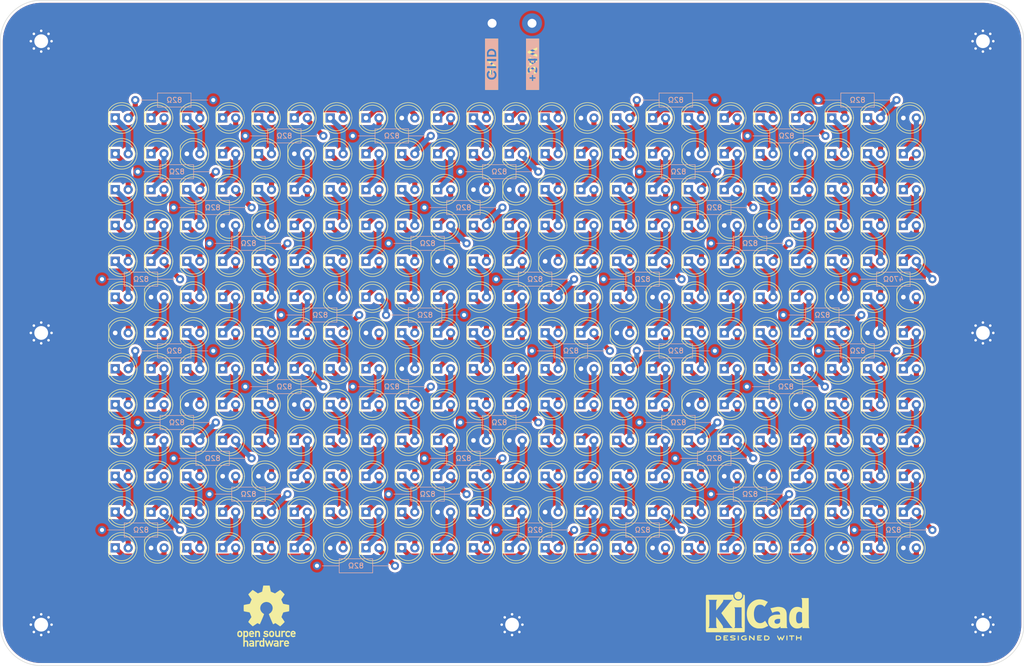
<source format=kicad_pcb>
(kicad_pcb (version 20211014) (generator pcbnew)
  (title_block (title "Læmp") (date "2022-07-15") (rev "1") (company "Leon Rinkel") (comment 1 "leon@rinkel.me"))
  (layers (0 "F.Cu" signal) (31 "B.Cu" signal) (34 "B.Paste" user) (35 "F.Paste" user) (36 "B.SilkS" user "B.Silkscreen") (37 "F.SilkS" user "F.Silkscreen") (38 "B.Mask" user) (39 "F.Mask" user) (44 "Edge.Cuts" user))
  (net 0 "")
  (net 1 "Net-(D1-Pad1)")
  (net 2 "Net-(D1-Pad2)")
  (net 3 "Net-(D2-Pad1)")
  (net 4 "Net-(D3-Pad1)")
  (net 5 "Net-(D4-Pad1)")
  (net 6 "Net-(D5-Pad1)")
  (net 7 "Net-(D6-Pad1)")
  (net 8 "GND")
  (net 9 "Net-(D8-Pad1)")
  (net 10 "Net-(D8-Pad2)")
  (net 11 "Net-(D10-Pad2)")
  (net 12 "Net-(D10-Pad1)")
  (net 13 "Net-(D11-Pad1)")
  (net 14 "Net-(D12-Pad1)")
  (net 15 "Net-(D13-Pad1)")
  (net 16 "Net-(D15-Pad1)")
  (net 17 "Net-(D15-Pad2)")
  (net 18 "Net-(D16-Pad1)")
  (net 19 "Net-(D17-Pad1)")
  (net 20 "Net-(D18-Pad1)")
  (net 21 "Net-(D19-Pad1)")
  (net 22 "Net-(D20-Pad1)")
  (net 23 "Net-(D22-Pad1)")
  (net 24 "Net-(D22-Pad2)")
  (net 25 "Net-(D23-Pad1)")
  (net 26 "Net-(D24-Pad1)")
  (net 27 "Net-(D25-Pad1)")
  (net 28 "Net-(D26-Pad1)")
  (net 29 "Net-(D27-Pad1)")
  (net 30 "Net-(D29-Pad1)")
  (net 31 "Net-(D29-Pad2)")
  (net 32 "Net-(D30-Pad1)")
  (net 33 "Net-(D31-Pad1)")
  (net 34 "Net-(D32-Pad1)")
  (net 35 "Net-(D33-Pad1)")
  (net 36 "Net-(D34-Pad1)")
  (net 37 "Net-(D36-Pad1)")
  (net 38 "Net-(D36-Pad2)")
  (net 39 "Net-(D37-Pad1)")
  (net 40 "Net-(D38-Pad1)")
  (net 41 "Net-(D39-Pad1)")
  (net 42 "Net-(D40-Pad1)")
  (net 43 "Net-(D41-Pad1)")
  (net 44 "Net-(D43-Pad1)")
  (net 45 "Net-(D43-Pad2)")
  (net 46 "Net-(D44-Pad1)")
  (net 47 "Net-(D45-Pad1)")
  (net 48 "Net-(D46-Pad1)")
  (net 49 "Net-(D47-Pad1)")
  (net 50 "Net-(D48-Pad1)")
  (net 51 "Net-(D50-Pad1)")
  (net 52 "Net-(D50-Pad2)")
  (net 53 "Net-(D51-Pad1)")
  (net 54 "Net-(D52-Pad1)")
  (net 55 "Net-(D53-Pad1)")
  (net 56 "Net-(D54-Pad1)")
  (net 57 "Net-(D55-Pad1)")
  (net 58 "Net-(D57-Pad1)")
  (net 59 "Net-(D57-Pad2)")
  (net 60 "Net-(D58-Pad1)")
  (net 61 "Net-(D59-Pad1)")
  (net 62 "Net-(D60-Pad1)")
  (net 63 "Net-(D61-Pad1)")
  (net 64 "Net-(D62-Pad1)")
  (net 65 "Net-(D64-Pad1)")
  (net 66 "Net-(D64-Pad2)")
  (net 67 "Net-(D65-Pad1)")
  (net 68 "Net-(D66-Pad1)")
  (net 69 "Net-(D67-Pad1)")
  (net 70 "Net-(D68-Pad1)")
  (net 71 "Net-(D69-Pad1)")
  (net 72 "Net-(D71-Pad1)")
  (net 73 "Net-(D71-Pad2)")
  (net 74 "Net-(D72-Pad1)")
  (net 75 "Net-(D73-Pad1)")
  (net 76 "Net-(D74-Pad1)")
  (net 77 "Net-(D75-Pad1)")
  (net 78 "Net-(D76-Pad1)")
  (net 79 "Net-(D78-Pad1)")
  (net 80 "Net-(D78-Pad2)")
  (net 81 "Net-(D79-Pad1)")
  (net 82 "Net-(D80-Pad1)")
  (net 83 "Net-(D81-Pad1)")
  (net 84 "Net-(D82-Pad1)")
  (net 85 "Net-(D83-Pad1)")
  (net 86 "Net-(D85-Pad1)")
  (net 87 "Net-(D85-Pad2)")
  (net 88 "Net-(D86-Pad1)")
  (net 89 "Net-(D87-Pad1)")
  (net 90 "Net-(D88-Pad1)")
  (net 91 "Net-(D89-Pad1)")
  (net 92 "Net-(D90-Pad1)")
  (net 93 "Net-(D92-Pad1)")
  (net 94 "Net-(D92-Pad2)")
  (net 95 "Net-(D93-Pad1)")
  (net 96 "Net-(D94-Pad1)")
  (net 97 "Net-(D95-Pad1)")
  (net 98 "Net-(D96-Pad1)")
  (net 99 "Net-(D97-Pad1)")
  (net 100 "Net-(D100-Pad2)")
  (net 101 "Net-(D99-Pad2)")
  (net 102 "Net-(D100-Pad1)")
  (net 103 "Net-(D101-Pad1)")
  (net 104 "Net-(D102-Pad1)")
  (net 105 "Net-(D103-Pad1)")
  (net 106 "Net-(D104-Pad1)")
  (net 107 "Net-(D106-Pad1)")
  (net 108 "Net-(D106-Pad2)")
  (net 109 "Net-(D107-Pad1)")
  (net 110 "Net-(D108-Pad1)")
  (net 111 "Net-(D109-Pad1)")
  (net 112 "Net-(D110-Pad1)")
  (net 113 "Net-(D111-Pad1)")
  (net 114 "Net-(D113-Pad1)")
  (net 115 "Net-(D113-Pad2)")
  (net 116 "Net-(D114-Pad1)")
  (net 117 "Net-(D115-Pad1)")
  (net 118 "Net-(D116-Pad1)")
  (net 119 "Net-(D117-Pad1)")
  (net 120 "Net-(D118-Pad1)")
  (net 121 "Net-(D120-Pad1)")
  (net 122 "Net-(D120-Pad2)")
  (net 123 "Net-(D121-Pad1)")
  (net 124 "Net-(D122-Pad1)")
  (net 125 "Net-(D123-Pad1)")
  (net 126 "Net-(D124-Pad1)")
  (net 127 "Net-(D125-Pad1)")
  (net 128 "Net-(D127-Pad1)")
  (net 129 "Net-(D127-Pad2)")
  (net 130 "Net-(D128-Pad1)")
  (net 131 "Net-(D129-Pad1)")
  (net 132 "Net-(D130-Pad1)")
  (net 133 "Net-(D131-Pad1)")
  (net 134 "Net-(D132-Pad1)")
  (net 135 "Net-(D134-Pad1)")
  (net 136 "Net-(D134-Pad2)")
  (net 137 "Net-(D135-Pad1)")
  (net 138 "Net-(D136-Pad1)")
  (net 139 "Net-(D137-Pad1)")
  (net 140 "Net-(D138-Pad1)")
  (net 141 "Net-(D139-Pad1)")
  (net 142 "Net-(D141-Pad1)")
  (net 143 "Net-(D141-Pad2)")
  (net 144 "Net-(D142-Pad1)")
  (net 145 "Net-(D143-Pad1)")
  (net 146 "Net-(D144-Pad1)")
  (net 147 "Net-(D145-Pad1)")
  (net 148 "Net-(D146-Pad1)")
  (net 149 "+24V")
  (net 150 "Net-(D148-Pad1)")
  (net 151 "Net-(D148-Pad2)")
  (net 152 "Net-(D149-Pad1)")
  (net 153 "Net-(D150-Pad1)")
  (net 154 "Net-(D151-Pad1)")
  (net 155 "Net-(D152-Pad1)")
  (net 156 "Net-(D153-Pad1)")
  (net 157 "Net-(D155-Pad1)")
  (net 158 "Net-(D155-Pad2)")
  (net 159 "Net-(D156-Pad1)")
  (net 160 "Net-(D157-Pad1)")
  (net 161 "Net-(D158-Pad1)")
  (net 162 "Net-(D159-Pad1)")
  (net 163 "Net-(D160-Pad1)")
  (net 164 "Net-(D162-Pad1)")
  (net 165 "Net-(D162-Pad2)")
  (net 166 "Net-(D163-Pad1)")
  (net 167 "Net-(D164-Pad1)")
  (net 168 "Net-(D165-Pad1)")
  (net 169 "Net-(D166-Pad1)")
  (net 170 "Net-(D167-Pad1)")
  (net 171 "Net-(D169-Pad1)")
  (net 172 "Net-(D169-Pad2)")
  (net 173 "Net-(D170-Pad1)")
  (net 174 "Net-(D171-Pad1)")
  (net 175 "Net-(D172-Pad1)")
  (net 176 "Net-(D173-Pad1)")
  (net 177 "Net-(D174-Pad1)")
  (net 178 "Net-(D176-Pad1)")
  (net 179 "Net-(D176-Pad2)")
  (net 180 "Net-(D177-Pad1)")
  (net 181 "Net-(D178-Pad1)")
  (net 182 "Net-(D179-Pad1)")
  (net 183 "Net-(D180-Pad1)")
  (net 184 "Net-(D181-Pad1)")
  (net 185 "Net-(D183-Pad1)")
  (net 186 "Net-(D183-Pad2)")
  (net 187 "Net-(D184-Pad1)")
  (net 188 "Net-(D185-Pad1)")
  (net 189 "Net-(D186-Pad1)")
  (net 190 "Net-(D187-Pad1)")
  (net 191 "Net-(D188-Pad1)")
  (net 192 "Net-(D190-Pad1)")
  (net 193 "Net-(D190-Pad2)")
  (net 194 "Net-(D191-Pad1)")
  (net 195 "Net-(D192-Pad1)")
  (net 196 "Net-(D193-Pad1)")
  (net 197 "Net-(D194-Pad1)")
  (net 198 "Net-(D195-Pad1)")
  (net 199 "Net-(D197-Pad1)")
  (net 200 "Net-(D197-Pad2)")
  (net 201 "Net-(D198-Pad1)")
  (net 202 "Net-(D199-Pad1)")
  (net 203 "Net-(D200-Pad1)")
  (net 204 "Net-(D201-Pad1)")
  (net 205 "Net-(D202-Pad1)")
  (net 206 "Net-(D204-Pad1)")
  (net 207 "Net-(D204-Pad2)")
  (net 208 "Net-(D205-Pad1)")
  (net 209 "Net-(D206-Pad1)")
  (net 210 "Net-(D207-Pad1)")
  (net 211 "Net-(D208-Pad1)")
  (net 212 "Net-(D209-Pad1)")
  (net 213 "Net-(D211-Pad1)")
  (net 214 "Net-(D211-Pad2)")
  (net 215 "Net-(D212-Pad1)")
  (net 216 "Net-(D213-Pad1)")
  (net 217 "Net-(D214-Pad1)")
  (net 218 "Net-(D215-Pad1)")
  (net 219 "Net-(D216-Pad1)")
  (net 220 "Net-(D218-Pad1)")
  (net 221 "Net-(D218-Pad2)")
  (net 222 "Net-(D219-Pad1)")
  (net 223 "Net-(D220-Pad1)")
  (net 224 "Net-(D221-Pad1)")
  (net 225 "Net-(D222-Pad1)")
  (net 226 "Net-(D223-Pad1)")
  (net 227 "Net-(D225-Pad1)")
  (net 228 "Net-(D225-Pad2)")
  (net 229 "Net-(D226-Pad1)")
  (net 230 "Net-(D227-Pad1)")
  (net 231 "Net-(D228-Pad1)")
  (net 232 "Net-(D229-Pad1)")
  (net 233 "Net-(D230-Pad1)")
  (net 234 "Net-(D232-Pad1)")
  (net 235 "Net-(D232-Pad2)")
  (net 236 "Net-(D233-Pad1)")
  (net 237 "Net-(D234-Pad1)")
  (net 238 "Net-(D235-Pad1)")
  (net 239 "Net-(D236-Pad1)")
  (net 240 "Net-(D237-Pad1)")
  (net 241 "Net-(D239-Pad1)")
  (net 242 "Net-(D239-Pad2)")
  (net 243 "Net-(D240-Pad1)")
  (net 244 "Net-(D241-Pad1)")
  (net 245 "Net-(D242-Pad1)")
  (net 246 "Net-(D243-Pad1)")
  (net 247 "Net-(D244-Pad1)")
  (net 248 "Net-(D246-Pad1)")
  (net 249 "Net-(D246-Pad2)")
  (net 250 "Net-(D247-Pad1)")
  (net 251 "Net-(D248-Pad1)")
  (net 252 "Net-(D249-Pad1)")
  (net 253 "Net-(D250-Pad1)")
  (net 254 "Net-(D251-Pad1)")
  (net 255 "Net-(D253-Pad1)")
  (net 256 "Net-(D253-Pad2)")
  (net 257 "Net-(D254-Pad1)")
  (net 258 "Net-(D255-Pad1)")
  (net 259 "Net-(D256-Pad1)")
  (net 260 "Net-(D257-Pad1)")
  (net 261 "Net-(D258-Pad1)")
  (net 262 "Net-(D260-Pad1)")
  (net 263 "Net-(D260-Pad2)")
  (net 264 "Net-(D261-Pad1)")
  (net 265 "Net-(D262-Pad1)")
  (net 266 "Net-(D263-Pad1)")
  (net 267 "Net-(D264-Pad1)")
  (net 268 "Net-(D265-Pad1)")
  (net 269 "Net-(D267-Pad1)")
  (net 270 "Net-(D267-Pad2)")
  (net 271 "Net-(D268-Pad1)")
  (net 272 "Net-(D269-Pad1)")
  (net 273 "Net-(D270-Pad1)")
  (net 274 "Net-(D271-Pad1)")
  (net 275 "Net-(D272-Pad1)")
  (net 276 "Net-(D274-Pad1)")
  (net 277 "Net-(D274-Pad2)")
  (net 278 "Net-(D275-Pad1)")
  (net 279 "Net-(D276-Pad1)")
  (net 280 "Net-(D277-Pad1)")
  (net 281 "Net-(D278-Pad1)")
  (net 282 "Net-(D279-Pad1)")
  (net 283 "Net-(D281-Pad1)")
  (net 284 "Net-(D281-Pad2)")
  (net 285 "Net-(D282-Pad1)")
  (net 286 "Net-(D283-Pad1)")
  (net 287 "Net-(D284-Pad1)")
  (net 288 "Net-(D285-Pad1)")
  (net 289 "Net-(D286-Pad1)")
  (net 290 "Net-(D288-Pad1)")
  (net 291 "Net-(D288-Pad2)")
  (net 292 "Net-(D289-Pad1)")
  (net 293 "Net-(D290-Pad1)")
  (net 294 "Net-(D291-Pad1)")
  (net 295 "Net-(D292-Pad1)")
  (net 296 "Net-(D293-Pad1)")
  (net 297 "Net-(D295-Pad1)")
  (net 298 "Net-(D295-Pad2)")
  (net 299 "Net-(D296-Pad1)")
  (net 300 "Net-(D297-Pad1)")
  (net 301 "Net-(D298-Pad1)")
  (footprint "LED_THT:LED_D5.0mm_Clear" (layer "F.Cu") (at 192.96 55.5)
    (fp_text reference "D236" hide)
    (fp_text value "LED")
  )
  (footprint "LED_THT:LED_D5.0mm_Clear" (layer "F.Cu") (at 220.96 48.5)
    (fp_text reference "D299" hide)
    (fp_text value "LED")
  )
  (footprint "LED_THT:LED_D5.0mm_Clear" (layer "F.Cu") (at 108.96 48.5)
    (fp_text reference "D79" hide)
    (fp_text value "LED")
  )
  (footprint "LED_THT:LED_D5.0mm_Clear" (layer "F.Cu") (at 115.96 132.5)
    (fp_text reference "D92" hide)
    (fp_text value "LED")
  )
  (footprint "LED_THT:LED_D5.0mm_Clear" (layer "F.Cu") (at 73.96 69.5)
    (fp_text reference "D23" hide)
    (fp_text value "LED")
  )
  (footprint "LED_THT:LED_D5.0mm_Clear" (layer "F.Cu") (at 185.96 90.5)
    (fp_text reference "D228" hide)
    (fp_text value "LED")
  )
  (footprint "LED_THT:LED_D5.0mm_Clear" (layer "F.Cu") (at 129.96 62.5)
    (fp_text reference "D128" hide)
    (fp_text value "LED")
  )
  (footprint "LED_THT:LED_D5.0mm_Clear" (layer "F.Cu") (at 115.96 83.5)
    (fp_text reference "D99" hide)
    (fp_text value "LED")
  )
  (footprint "LED_THT:LED_D5.0mm_Clear" (layer "F.Cu") (at 150.96 48.5)
    (fp_text reference "D157" hide)
    (fp_text value "LED")
  )
  (footprint "LED_THT:LED_D5.0mm_Clear" (layer "F.Cu") (at 213.96 90.5)
    (fp_text reference "D280" hide)
    (fp_text value "LED")
  )
  (footprint "LED_THT:LED_D5.0mm_Clear" (layer "F.Cu") (at 115.96 76.5)
    (fp_text reference "D100" hide)
    (fp_text value "LED")
  )
  (footprint "LED_THT:LED_D5.0mm_Clear" (layer "F.Cu") (at 73.96 55.5)
    (fp_text reference "D25" hide)
    (fp_text value "LED")
  )
  (footprint "LED_THT:LED_D5.0mm_Clear" (layer "F.Cu") (at 164.96 111.5)
    (fp_text reference "D192" hide)
    (fp_text value "LED")
  )
  (footprint "LED_THT:LED_D5.0mm_Clear" (layer "F.Cu") (at 220.96 118.5)
    (fp_text reference "D289" hide)
    (fp_text value "LED")
  )
  (footprint "LED_THT:LED_D5.0mm_Clear" (layer "F.Cu") (at 185.96 69.5)
    (fp_text reference "D231" hide)
    (fp_text value "LED")
  )
  (footprint "LED_THT:LED_D5.0mm_Clear" (layer "F.Cu") (at 171.96 76.5)
    (fp_text reference "D204" hide)
    (fp_text value "LED")
  )
  (footprint "LED_THT:LED_D5.0mm_Clear" (layer "F.Cu") (at 178.96 118.5)
    (fp_text reference "D219" hide)
    (fp_text value "LED")
  )
  (footprint "LED_THT:LED_D5.0mm_Clear" (layer "F.Cu") (at 66.96 104.5)
    (fp_text reference "D9" hide)
    (fp_text value "LED")
  )
  (footprint "LED_THT:LED_D5.0mm_Clear" (layer "F.Cu") (at 192.96 97.5)
    (fp_text reference "D242" hide)
    (fp_text value "LED")
  )
  (footprint "NetLabels:+24V_Negative_Silk" (layer "F.Cu") (at 148.5 38 90)
    (fp_text reference "REF**" hide)
    (fp_text value "+24V_Negative_Silk")
  )
  (footprint "LED_THT:LED_D5.0mm_Clear" (layer "F.Cu") (at 87.96 132.5)
    (fp_text reference "D40" hide)
    (fp_text value "LED")
  )
  (footprint "LED_THT:LED_D5.0mm_Clear" (layer "F.Cu") (at 73.96 90.5)
    (fp_text reference "D20" hide)
    (fp_text value "LED")
  )
  (footprint "LED_THT:LED_D5.0mm_Clear" (layer "F.Cu") (at 87.96 97.5)
    (fp_text reference "D45" hide)
    (fp_text value "LED")
  )
  (footprint "LED_THT:LED_D5.0mm_Clear" (layer "F.Cu") (at 206.96 90.5)
    (fp_text reference "D267" hide)
    (fp_text value "LED")
  )
  (footprint "LED_THT:LED_D5.0mm_Clear" (layer "F.Cu") (at 108.96 69.5)
    (fp_text reference "D82" hide)
    (fp_text value "LED")
  )
  (footprint "LED_THT:LED_D5.0mm_Clear" (layer "F.Cu") (at 101.96 104.5)
    (fp_text reference "D70" hide)
    (fp_text value "LED")
  )
  (footprint "LED_THT:LED_D5.0mm_Clear" (layer "F.Cu") (at 66.96 125.5)
    (fp_text reference "D12" hide)
    (fp_text value "LED")
  )
  (footprint "LED_THT:LED_D5.0mm_Clear" (layer "F.Cu") (at 87.96 83.5)
    (fp_text reference "D47" hide)
    (fp_text value "LED")
  )
  (footprint "LED_THT:LED_D5.0mm_Clear" (layer "F.Cu") (at 143.96 62.5)
    (fp_text reference "D154" hide)
    (fp_text value "LED")
  )
  (footprint "LED_THT:LED_D5.0mm_Clear" (layer "F.Cu") (at 206.96 118.5)
    (fp_text reference "D271" hide)
    (fp_text value "LED")
  )
  (footprint "LED_THT:LED_D5.0mm_Clear" (layer "F.Cu") (at 122.96 55.5)
    (fp_text reference "D106" hide)
    (fp_text value "LED")
  )
  (footprint "LED_THT:LED_D5.0mm_Clear" (layer "F.Cu") (at 101.96 48.5)
    (fp_text reference "D78" hide)
    (fp_text value "LED")
  )
  (footprint "LED_THT:LED_D5.0mm_Clear" (layer "F.Cu") (at 206.96 104.5)
    (fp_text reference "D269" hide)
    (fp_text value "LED")
  )
  (footprint "LED_THT:LED_D5.0mm_Clear" (layer "F.Cu") (at 143.96 125.5)
    (fp_text reference "D145" hide)
    (fp_text value "LED")
  )
  (footprint "LED_THT:LED_D5.0mm_Clear" (layer "F.Cu") (at 178.96 97.5)
    (fp_text reference "D216" hide)
    (fp_text value "LED")
  )
  (footprint "LED_THT:LED_D5.0mm_Clear" (layer "F.Cu") (at 143.96 76.5)
    (fp_text reference "D152" hide)
    (fp_text value "LED")
  )
  (footprint "LED_THT:LED_D5.0mm_Clear" (layer "F.Cu") (at 73.96 118.5)
    (fp_text reference "D16" hide)
    (fp_text value "LED")
  )
  (footprint "LED_THT:LED_D5.0mm_Clear" (layer "F.Cu") (at 185.96 48.5)
    (fp_text reference "D234" hide)
    (fp_text value "LED")
  )
  (footprint "LED_THT:LED_D5.0mm_Clear" (layer "F.Cu") (at 206.96 83.5)
    (fp_text reference "D266" hide)
    (fp_text value "LED")
  )
  (footprint "LED_THT:LED_D5.0mm_Clear" (layer "F.Cu") (at 164.96 90.5)
    (fp_text reference "D189" hide)
    (fp_text value "LED")
  )
  (footprint "LED_THT:LED_D5.0mm_Clear" (layer "F.Cu") (at 157.96 55.5)
    (fp_text reference "D181" hide)
    (fp_text value "LED")
  )
  (footprint "LED_THT:LED_D5.0mm_Clear" (layer "F.Cu") (at 108.96 118.5)
    (fp_text reference "D89" hide)
    (fp_text value "LED")
  )
  (footprint "LED_THT:LED_D5.0mm_Clear" (layer "F.Cu") (at 178.96 48.5)
    (fp_text reference "D209" hide)
    (fp_text value "LED")
  )
  (footprint "LED_THT:LED_D5.0mm_Clear" (layer "F.Cu") (at 185.96 118.5)
    (fp_text reference "D224" hide)
    (fp_text value "LED")
  )
  (footprint "LED_THT:LED_D5.0mm_Clear" (layer "F.Cu") (at 73.96 97.5)
    (fp_text reference "D19" hide)
    (fp_text value "LED")
  )
  (footprint "LED_THT:LED_D5.0mm_Clear" (layer "F.Cu") (at 66.96 55.5)
    (fp_text reference "D2" hide)
    (fp_text value "LED")
  )
  (footprint "LED_THT:LED_D5.0mm_Clear" (layer "F.Cu") (at 136.96 118.5)
    (fp_text reference "D141" hide)
    (fp_text value "LED")
  )
  (footprint "LED_THT:LED_D5.0mm_Clear" (layer "F.Cu") (at 108.96 132.5)
    (fp_text reference "D91" hide)
    (fp_text value "LED")
  )
  (footprint "LED_THT:LED_D5.0mm_Clear" (layer "F.Cu") (at 143.96 90.5)
    (fp_text reference "D150" hide)
    (fp_text value "LED")
  )
  (footprint "LED_THT:LED_D5.0mm_Clear" (layer "F.Cu") (at 213.96 69.5)
    (fp_text reference "D277" hide)
    (fp_text value "LED")
  )
  (footprint "LED_THT:LED_D5.0mm_Clear" (layer "F.Cu") (at 129.96 132.5)
    (fp_text reference "D118" hide)
    (fp_text value "LED")
  )
  (footprint "LED_THT:LED_D5.0mm_Clear" (layer "F.Cu") (at 80.96 90.5)
    (fp_text reference "D33" hide)
    (fp_text value "LED")
  )
  (footprint "LED_THT:LED_D5.0mm_Clear" (layer "F.Cu") (at 164.96 83.5)
    (fp_text reference "D188" hide)
    (fp_text value "LED")
  )
  (footprint "LED_THT:LED_D5.0mm_Clear" (layer "F.Cu") (at 136.96 132.5)
    (fp_text reference "D143" hide)
    (fp_text value "LED")
  )
  (footprint "LED_THT:LED_D5.0mm_Clear" (layer "F.Cu") (at 171.96 62.5)
    (fp_text reference "D206" hide)
    (fp_text value "LED")
  )
  (footprint "LED_THT:LED_D5.0mm_Clear" (layer "F.Cu") (at 129.96 111.5)
    (fp_text reference "D121" hide)
    (fp_text value "LED")
  )
  (footprint "LED_THT:LED_D5.0mm_Clear" (layer "F.Cu") (at 143.96 83.5)
    (fp_text reference "D151" hide)
    (fp_text value "LED")
  )
  (footprint "LED_THT:LED_D5.0mm_Clear" (layer "F.Cu") (at 73.96 83.5)
    (fp_text reference "D21" hide)
    (fp_text value "LED")
  )
  (footprint "LED_THT:LED_D5.0mm_Clear" (layer "F.Cu") (at 122.96 104.5)
    (fp_text reference "D113" hide)
    (fp_text value "LED")
  )
  (footprint "LED_THT:LED_D5.0mm_Clear" (layer "F.Cu") (at 80.96 62.5)
    (fp_text reference "D29" hide)
    (fp_text value "LED")
  )
  (footprint "LED_THT:LED_D5.0mm_Clear" (layer "F.Cu") (at 129.96 90.5)
    (fp_text reference "D124" hide)
    (fp_text value "LED")
  )
  (footprint "LED_THT:LED_D5.0mm_Clear" (layer "F.Cu") (at 136.96 62.5)
    (fp_text reference "D133" hide)
    (fp_text value "LED")
  )
  (footprint "LED_THT:LED_D5.0mm_Clear" (layer "F.Cu") (at 220.96 76.5)
    (fp_text reference "D295" hide)
    (fp_text value "LED")
  )
  (footprint "LED_THT:LED_D5.0mm_Clear" (layer "F.Cu") (at 157.96 111.5)
    (fp_text reference "D173" hide)
    (fp_text value "LED")
  )
  (footprint "Symbol:KiCad-Logo2_8mm_SilkScreen" (layer "F.Cu") (at 192.490107 145)
    (fp_text reference "REF**" hide)
    (fp_text value "KiCad-Logo2_8mm_SilkScreen" hide)
  )
  (footprint "LED_THT:LED_D5.0mm_Clear" (layer "F.Cu") (at 94.96 97.5)
    (fp_text reference "D60" hide)
    (fp_text value "LED")
  )
  (footprint "LED_THT:LED_D5.0mm_Clear" (layer "F.Cu") (at 157.96 104.5)
    (fp_text reference "D174" hide)
    (fp_text value "LED")
  )
  (footprint "LED_THT:LED_D5.0mm_Clear" (layer "F.Cu") (at 213.96 125.5)
    (fp_text reference "D285" hide)
    (fp_text value "LED")
  )
  (footprint "LED_THT:LED_D5.0mm_Clear" (layer "F.Cu") (at 73.96 62.5)
    (fp_text reference "D24" hide)
    (fp_text value "LED")
  )
  (footprint "LED_THT:LED_D5.0mm_Clear" (layer "F.Cu") (at 101.96 76.5)
    (fp_text reference "D74" hide)
    (fp_text value "LED")
  )
  (footprint "LED_THT:LED_D5.0mm_Clear" (layer "F.Cu") (at 122.96 125.5)
    (fp_text reference "D116" hide)
    (fp_text value "LED")
  )
  (footprint "Connector_Wire:SolderWire-1sqmm_1x02_P7.8mm_D1.4mm_OD3.9mm" (layer "F.Cu") (at 140.6 30)
    (fp_text reference "J1" hide)
    (fp_text value "Conn_01x02")
  )
  (footprint "LED_THT:LED_D5.0mm_Clear" (layer "F.Cu") (at 164.96 48.5)
    (fp_text reference "D183" hide)
    (fp_text value "LED")
  )
  (footprint "LED_THT:LED_D5.0mm_Clear" (layer "F.Cu") (at 185.96 76.5)
    (fp_text reference "D230" hide)
    (fp_text value "LED")
  )
  (footprint "LED_THT:LED_D5.0mm_Clear" (layer "F.Cu") (at 73.96 111.5)
    (fp_text reference "D17" hide)
    (fp_text value "LED")
  )
  (footprint "LED_THT:LED_D5.0mm_Clear" (layer "F.Cu") (at 192.96 48.5)
    (fp_text reference "D235" hide)
    (fp_text value "LED")
  )
  (footprint "LED_THT:LED_D5.0mm_Clear" (layer "F.Cu") (at 185.96 125.5)
    (fp_text reference "D223" hide)
    (fp_text value "LED")
  )
  (footprint "LED_THT:LED_D5.0mm_Clear" (layer "F.Cu") (at 157.96 97.5)
    (fp_text reference "D175" hide)
    (fp_text value "LED")
  )
  (footprint "LED_THT:LED_D5.0mm_Clear" (layer "F.Cu") (at 122.96 48.5)
    (fp_text reference "D105" hide)
    (fp_text value "LED")
  )
  (footprint "LED_THT:LED_D5.0mm_Clear" (layer "F.Cu") (at 129.96 104.5)
    (fp_text reference "D122" hide)
    (fp_text value "LED")
  )
  (footprint "LED_THT:LED_D5.0mm_Clear" (layer "F.Cu") (at 150.96 125.5)
    (fp_text reference "D168" hide)
    (fp_text value "LED")
  )
  (footprint "LED_THT:LED_D5.0mm_Clear" (layer "F.Cu") (at 80.96 55.5)
    (fp_text reference "D28" hide)
    (fp_text value "LED")
  )
  (footprint "LED_THT:LED_D5.0mm_Clear" (layer "F.Cu") (at 192.96 132.5)
    (fp_text reference "D247" hide)
    (fp_text value "LED")
  )
  (footprint "LED_THT:LED_D5.0mm_Clear" (layer "F.Cu") (at 143.96 97.5)
    (fp_text reference "D149" hide)
    (fp_text value "LED")
  )
  (footprint "LED_THT:LED_D5.0mm_Clear" (layer "F.Cu") (at 101.96 90.5)
    (fp_text reference "D72" hide)
    (fp_text value "LED")
  )
  (footprint "LED_THT:LED_D5.0mm_Clear" (layer "F.Cu") (at 199.96 76.5)
    (fp_text reference "D256" hide)
    (fp_text value "LED")
  )
  (footprint "LED_THT:LED_D5.0mm_Clear" (layer "F.Cu") (at 220.96 83.5)
    (fp_text reference "D294" hide)
    (fp_text value "LED")
  )
  (footprint "LED_THT:LED_D5.0mm_Clear" (layer "F.Cu") (at 178.96 125.5)
    (fp_text reference "D220" hide)
    (fp_text value "LED")
  )
  (footprint "LED_THT:LED_D5.0mm_Clear" (layer "F.Cu") (at 178.96 111.5)
    (fp_text reference "D218" hide)
    (fp_text value "LED")
  )
  (footprint "LED_THT:LED_D5.0mm_Clear" (layer "F.Cu") (at 66.96 69.5)
    (fp_text reference "D4" hide)
    (fp_text value "LED")
  )
  (footprint "LED_THT:LED_D5.0mm_Clear" (layer "F.Cu") (at 87.96 90.5)
    (fp_text reference "D46" hide)
    (fp_text value "LED")
  )
  (footprint "LED_THT:LED_D5.0mm_Clear" (layer "F.Cu") (at 164.96 55.5)
    (fp_text reference "D184" hide)
    (fp_text value "LED")
  )
  (footprint "LED_THT:LED_D5.0mm_Clear" (layer "F.Cu") (at 213.96 132.5)
    (fp_text reference "D286" hide)
    (fp_text value "LED")
  )
  (footprint "LED_THT:LED_D5.0mm_Clear" (layer "F.Cu") (at 115.96 118.5)
    (fp_text reference "D94" hide)
    (fp_text value "LED")
  )
  (footprint "LED_THT:LED_D5.0mm_Clear" (layer "F.Cu") (at 66.96 111.5)
    (fp_text reference "D10" hide)
    (fp_text value "LED")
  )
  (footprint "LED_THT:LED_D5.0mm_Clear" (layer "F.Cu") (at 136.96 48.5)
    (fp_text reference "D131" hide)
    (fp_text value "LED")
  )
  (footprint "LED_THT:LED_D5.0mm_Clear" (layer "F.Cu") (at 66.96 118.5)
    (fp_text reference "D11" hide)
    (fp_text value "LED")
  )
  (footprint "LED_THT:LED_D5.0mm_Clear" (layer "F.Cu") (at 129.96 48.5)
    (fp_text reference "D130" hide)
    (fp_text value "LED")
  )
  (footprint "LED_THT:LED_D5.0mm_Clear" (layer "F.Cu") (at 150.96 83.5)
    (fp_text reference "D162" hide)
    (fp_text value "LED")
  )
  (footprint "LED_THT:LED_D5.0mm_Clear" (layer "F.Cu") (at 129.96 97.5)
    (fp_text reference "D123" hide)
    (fp_text value "LED")
  )
  (footprint "LED_THT:LED_D5.0mm_Clear" (layer "F.Cu") (at 150.96 104.5)
    (fp_text reference "D165" hide)
    (fp_text value "LED")
  )
  (footprint "LED_THT:LED_D5.0mm_Clear" (layer "F.Cu") (at 157.96 69.5)
    (fp_text reference "D179" hide)
    (fp_text value "LED")
  )
  (footprint "LED_THT:LED_D5.0mm_Clear" (layer "F.Cu") (at 101.96 97.5)
    (fp_text reference "D71" hide)
    (fp_text value "LED")
  )
  (footprint "LED_THT:LED_D5.0mm_Clear" (layer "F.Cu") (at 80.96 69.5)
    (fp_text reference "D30" hide)
    (fp_text value "LED")
  )
  (footprint "LED_THT:LED_D5.0mm_Clear" (layer "F.Cu") (at 143.96 132.5)
    (fp_text reference "D144" hide)
    (fp_text value "LED")
  )
  (footprint "LED_THT:LED_D5.0mm_Clear" (layer "F.Cu") (at 101.96 125.5)
    (fp_text reference "D67" hide)
    (fp_text value "LED")
  )
  (footprint "LED_THT:LED_D5.0mm_Clear" (layer "F.Cu") (at 206.96 97.5)
    (fp_text reference "D268" hide)
    (fp_text value "LED")
  )
  (footprint "LED_THT:LED_D5.0mm_Clear" (layer "F.Cu") (at 108.96 90.5)
    (fp_text reference "D85" hide)
    (fp_text value "LED")
  )
  (footprint "LED_THT:LED_D5.0mm_Clear" (layer "F.Cu") (at 143.96 118.5)
    (fp_text reference "D146" hide)
    (fp_text value "LED")
  )
  (footprint "LED_THT:LED_D5.0mm_Clear" (layer "F.Cu") (at 115.96 104.5)
    (fp_text reference "D96" hide)
    (fp_text value "LED")
  )
  (footprint "LED_THT:LED_D5.0mm_Clear" (layer "F.Cu") (at 192.96 83.5)
    (fp_text reference "D240" hide)
    (fp_text value "LED")
  )
  (footprint "LED_THT:LED_D5.0mm_Clear" (layer "F.Cu") (at 87.96 104.5)
    (fp_text reference "D44" hide)
    (fp_text value "LED")
  )
  (footprint "LED_THT:LED_D5.0mm_Clear" (layer "F.Cu") (at 115.96 62.5)
    (fp_text reference "D102" hide)
    (fp_text value "LED")
  )
  (footprint "LED_THT:LED_D5.0mm_Clear" (layer "F.Cu") (at 157.96 76.5)
    (fp_text reference "D178" hide)
    (fp_text value "LED")
  )
  (footprint "LED_THT:LED_D5.0mm_Clear" (layer "F.Cu") (at 108.96 76.5)
    (fp_text reference "D83" hide)
    (fp_text value "LED")
  )
  (footprint "LED_THT:LED_D5.0mm_Clear" (layer "F.Cu") (at 171.96 111.5)
    (fp_text reference "D199" hide)
    (fp_text value "LED")
  )
  (footprint "LED_THT:LED_D5.0mm_Clear" (layer "F.Cu") (at 80.96 104.5)
    (fp_text reference "D35" hide)
    (fp_text value "LED")
  )
  (footprint "LED_THT:LED_D5.0mm_Clear" (layer "F.Cu") (at 143.96 104.5)
    (fp_text reference "D148" hide)
    (fp_text value "LED")
  )
  (footprint "MountingHole:MountingHole_2.7mm_M2.5_Pad_Via" (layer "F.Cu") (at 236.5 33.5)
    (fp_text reference "H2" hide)
    (fp_text value "MountingHole_Pad")
  )
  (footprint "LED_THT:LED_D5.0mm_Clear" (layer "F.Cu") (at 108.96 125.5)
    (fp_text reference "D90" hide)
    (fp_text value "LED")
  )
  (footprint "LED_THT:LED_D5.0mm_Clear" (layer "F.Cu") (at 143.96 111.5)
    (fp_text reference "D147" hide)
    (fp_text value "LED")
  )
  (footprint "MountingHole:MountingHole_2.7mm_M2.5_Pad_Via" (layer "F.Cu") (at 52.5 147.5)
    (fp_text reference "H6" hide)
    (fp_text value "MountingHole_Pad")
  )
  (footprint "LED_THT:LED_D5.0mm_Clear" (layer "F.Cu") (at 157.96 118.5)
    (fp_text reference "D172" hide)
    (fp_text value "LED")
  )
  (footprint "LED_THT:LED_D5.0mm_Clear" (layer "F.Cu") (at 66.96 90.5)
    (fp_text reference "D7" hide)
    (fp_text value "LED")
  )
  (footprint "LED_THT:LED_D5.0mm_Clear" (layer "F.Cu") (at 192.96 76.5)
    (fp_text reference "D239" hide)
    (fp_text value "LED")
  )
  (footprint "NetLabels:GND_Negative_Silk" (layer "F.Cu") (at 140.5 38 90)
    (fp_text reference "REF**" hide)
    (fp_text value "GND_Negative_Silk")
  )
  (footprint "LED_THT:LED_D5.0mm_Clear" (layer "F.Cu") (at 66.96 132.5)
    (fp_text reference "D13" hide)
    (fp_text value "LED")
  )
  (footprint "LED_THT:LED_D5.0mm_Clear" (layer "F.Cu") (at 164.96 132.5)
    (fp_text reference "D195" hide)
    (fp_text value "LED")
  )
  (footprint "LED_THT:LED_D5.0mm_Clear" (layer "F.Cu") (at 143.96 48.5)
    (fp_text reference "D156" hide)
    (fp_text value "LED")
  )
  (footprint "MountingHole:MountingHole_2.7mm_M2.5_Pad_Via" (layer "F.Cu") (at 236.5 147.5)
    (fp_text reference "H4" hide)
    (fp_text value "MountingHole_Pad")
  )
  (footprint "LED_THT:LED_D5.0mm_Clear" (layer "F.Cu") (at 213.96 62.5)
    (fp_text reference "D276" hide)
    (fp_text value "LED")
  )
  (footprint "LED_THT:LED_D5.0mm_Clear" (layer "F.Cu") (at 192.96 62.5)
    (fp_text reference "D237" hide)
    (fp_text value "LED")
  )
  (footprint "LED_THT:LED_D5.0mm_Clear" (layer "F.Cu") (at 108.96 111.5)
    (fp_text reference "D88" hide)
    (fp_text value "LED")
  )
  (footprint "LED_THT:LED_D5.0mm_Clear" (layer "F.Cu") (at 129.96 118.5)
    (fp_text reference "D120" hide)
    (fp_text value "LED")
  )
  (footprint "LED_THT:LED_D5.0mm_Clear" (layer "F.Cu") (at 129.96 125.5)
    (fp_text reference "D119" hide)
    (fp_text value "LED")
  )
  (footprint "LED_THT:LED_D5.0mm_Clear" (layer "F.Cu") (at 122.96 76.5)
    (fp_text reference "D109" hide)
    (fp_text value "LED")
  )
  (footprint "LED_THT:LED_D5.0mm_Clear" (layer "F.Cu") (at 101.96 132.5)
    (fp_text reference "D66" hide)
    (fp_text value "LED")
  )
  (footprint "LED_THT:LED_D5.0mm_Clear" (layer "F.Cu") (at 108.96 55.5)
    (fp_text reference "D80" hide)
    (fp_text value "LED")
  )
  (footprint "LED_THT:LED_D5.0mm_Clear" (layer "F.Cu") (at 129.96 76.5)
    (fp_text reference "D126" hide)
    (fp_text value "LED")
  )
  (footprint "LED_THT:LED_D5.0mm_Clear" (layer "F.Cu") (at 150.96 76.5)
    (fp_text reference "D161" hide)
    (fp_text value "LED")
  )
  (footprint "LED_THT:LED_D5.0mm_Clear" (layer "F.Cu") (at 199.96 62.5)
    (fp_text reference "D258" hide)
    (fp_text value "LED")
  )
  (footprint "LED_THT:LED_D5.0mm_Clear" (layer "F.Cu") (at 199.96 111.5)
    (fp_text reference "D251" hide)
    (fp_text value "LED")
  )
  (footprint "LED_THT:LED_D5.0mm_Clear" (layer "F.Cu") (at 73.96 125.5)
    (fp_text reference "D15" hide)
    (fp_text value "LED")
  )
  (footprint "LED_THT:LED_D5.0mm_Clear" (layer "F.Cu") (at 87.96 118.5)
    (fp_text reference "D42" hide)
    (fp_text value "LED")
  )
  (footprint "LED_THT:LED_D5.0mm_Clear" (layer "F.Cu") (at 199.96 48.5)
    (fp_text reference "D260" hide)
    (fp_text value "LED")
  )
  (footprint "LED_THT:LED_D5.0mm_Clear" (layer "F.Cu") (at 136.96 69.5)
    (fp_text reference "D134" hide)
    (fp_text value "LED")
  )
  (footprint "LED_THT:LED_D5.0mm_Clear" (layer "F.Cu") (at 122.96 118.5)
    (fp_text reference "D115" hide)
    (fp_text value "LED")
  )
  (footprint "LED_THT:LED_D5.0mm_Clear" (layer "F.Cu") (at 136.96 125.5)
    (fp_text reference "D142" hide)
    (fp_text value "LED")
  )
  (footprint "LED_THT:LED_D5.0mm_Clear" (layer "F.Cu") (at 220.96 104.5)
    (fp_text reference "D291" hide)
    (fp_text value "LED")
  )
  (footprint "MountingHole:MountingHole_2.7mm_M2.5_Pad_Via" (layer "F.Cu") (at 236.5 90.5)
    (fp_text reference "H3" hide)
    (fp_text value "MountingHole_Pad")
  )
  (footprint "LED_THT:LED_D5.0mm_Clear" (layer "F.Cu") (at 213.96 55.5)
    (fp_text reference "D275" hide)
    (fp_text value "LED")
  )
  (footprint "LED_THT:LED_D5.0mm_Clear" (layer "F.Cu") (at 192.96 69.5)
    (fp_text reference "D238" hide)
    (fp_text value "LED")
  )
  (footprint "LED_THT:LED_D5.0mm_Clear" (layer "F.Cu") (at 164.96 76.5)
    (fp_text reference "D187" hide)
    (fp_text value "LED")
  )
  (footprint "LED_THT:LED_D5.0mm_Clear" (layer "F.Cu") (at 129.96 83.5)
    (fp_text reference "D125" hide)
    (fp_text value "LED")
  )
  (footprint "LED_THT:LED_D5.0mm_Clear" (layer "F.Cu") (at 220.96 62.5)
    (fp_text reference "D297" hide)
    (fp_text value "LED")
  )
  (footprint "LED_THT:LED_D5.0mm_Clear" (layer "F.Cu") (at 150.96 118.5)
    (fp_text reference "D167" hide)
    (fp_text value "LED")
  )
  (footprint "LED_THT:LED_D5.0mm_Clear" (layer "F.Cu") (at 115.96 111.5)
    (fp_text reference "D95" hide)
    (fp_text value "LED")
  )
  (footprint "LED_THT:LED_D5.0mm_Clear" (layer "F.Cu") (at 136.96 97.5)
    (fp_text reference "D138" hide)
    (fp_text value "LED")
  )
  (footprint "LED_THT:LED_D5.0mm_Clear" (layer "F.Cu") (at 66.96 62.5)
    (fp_text reference "D3" hide)
    (fp_text value "LED")
  )
  (footprint "LED_THT:LED_D5.0mm_Clear" (layer "F.Cu") (at 87.96 69.5)
    (fp_text reference "D49" hide)
    (fp_text value "LED")
  )
  (footprint "LED_THT:LED_D5.0mm_Clear" (layer "F.Cu") (at 122.96 62.5)
    (fp_text reference "D107" hide)
    (fp_text value "LED")
  )
  (footprint "LED_THT:LED_D5.0mm_Clear" (layer "F.Cu") (at 213.96 48.5)
    (fp_text reference "D274" hide)
    (fp_text value "LED")
  )
  (footprint "LED_THT:LED_D5.0mm_Clear" (layer "F.Cu") (at 115.96 90.5)
    (fp_text reference "D98" hide)
    (fp_text value "LED")
  )
  (footprint "LED_THT:LED_D5.0mm_Clear" (layer "F.Cu") (at 73.96 76.5)
    (fp_text reference "D22" hide)
    (fp_text value "LED")
  )
  (footprint "LED_THT:LED_D5.0mm_Clear" (layer "F.Cu") (at 94.96 104.5)
    (fp_text reference "D61" hide)
    (fp_text value "LED")
  )
  (footprint "LED_THT:LED_D5.0mm_Clear" (layer "F.Cu") (at 220.96 132.5)
    (fp_text reference "D287" hide)
    (fp_text value "LED")
  )
  (footprint "LED_THT:LED_D5.0mm_Clear" (layer "F.Cu") (at 73.96 132.5)
    (fp_text reference "D14" hide)
    (fp_text value "LED")
  )
  (footprint "LED_THT:LED_D5.0mm_Clear" (layer "F.Cu") (at 101.96 55.5)
    (fp_text reference "D77" hide)
    (fp_text value "LED")
  )
  (footprint "LED_THT:LED_D5.0mm_Clear" (layer "F.Cu") (at 115.96 125.5)
    (fp_text reference "D93" hide)
    (fp_text value "LED")
  )
  (footprint "LED_THT:LED_D5.0mm_Clear" (layer "F.Cu") (at 199.96 97.5)
    (fp_text reference "D253" hide)
    (fp_text value "LED")
  )
  (footprint "LED_THT:LED_D5.0mm_Clear" (layer "F.Cu") (at 115.96 97.5)
    (fp_text reference "D97" hide)
    (fp_text value "LED")
  )
  (footprint "MountingHole:MountingHole_2.7mm_M2.5_Pad_Via" (layer "F.Cu") (at 52.5 33.5)
    (fp_text reference "H1" hide)
    (fp_text value "MountingHole_Pad")
  )
  (footprint "LED_THT:LED_D5.0mm_Clear" (layer "F.Cu") (at 94.96 111.5)
    (fp_text reference "D62" hide)
    (fp_text value "LED")
  )
  (footprint "LED_THT:LED_D5.0mm_Clear" (layer "F.Cu") (at 66.96 76.5)
    (fp_text reference "D5" hide)
    (fp_text value "LED")
  )
  (footprint "LED_THT:LED_D5.0mm_Clear" (layer "F.Cu") (at 80.96 111.5)
    (fp_text reference "D36" hide)
    (fp_text value "LED")
  )
  (footprint "LED_THT:LED_D5.0mm_Clear" (layer "F.Cu") (at 164.96 125.5)
    (fp_text reference "D194" hide)
    (fp_text value "LED")
  )
  (footprint "LED_THT:LED_D5.0mm_Clear" (layer "F.Cu") (at 178.96 76.5)
    (fp_text reference "D213" hide)
    (fp_text value "LED")
  )
  (footprint "LED_THT:LED_D5.0mm_Clear" (layer "F.Cu") (at 66.96 83.5)
    (fp_text reference "D6" hide)
    (fp_text value "LED")
  )
  (footprint "LED_THT:LED_D5.0mm_Clear" (layer "F.Cu") (at 157.96 62.5)
    (fp_text reference "D180" hide)
    (fp_text value "LED")
  )
  (footprint "LED_THT:LED_D5.0mm_Clear" (layer "F.Cu") (at 66.96 97.5)
    (fp_text reference "D8" hide)
    (fp_text value "LED")
  )
  (footprint "LED_THT:LED_D5.0mm_Clear" (layer "F.Cu") (at 185.96 97.5)
    (fp_text reference "D227" hide)
    (fp_text value "LED")
  )
  (footprint "LED_THT:LED_D5.0mm_Clear" (layer "F.Cu") (at 101.96 62.5)
    (fp_text reference "D76" hide)
    (fp_text value "LED")
  )
  (footprint "LED_THT:LED_D5.0mm_Clear" (layer "F.Cu") (at 94.96 125.5)
    (fp_text reference "D64" hide)
    (fp_text value "LED")
  )
  (footprint "LED_THT:LED_D5.0mm_Clear" (layer "F.Cu") (at 108.96 83.5)
    (fp_text reference "D84" hide)
    (fp_text value "LED")
  )
  (footprint "LED_THT:LED_D5.0mm_Clear" (layer "F.Cu") (at 115.96 48.5)
    (fp_text reference "D104" hide)
    (fp_text value "LED")
  )
  (footprint "LED_THT:LED_D5.0mm_Clear" (layer "F.Cu") (at 136.96 83.5)
    (fp_text reference "D136" hide)
    (fp_text value "LED")
  )
  (footprint "LED_THT:LED_D5.0mm_Clear" (layer "F.Cu") (at 101.96 118.5)
    (fp_text reference "D68" hide)
    (fp_text value "LED")
  )
  (footprint "LED_THT:LED_D5.0mm_Clear" (layer "F.Cu") (at 178.96 69.5)
    (fp_text reference "D212" hide)
    (fp_text value "LED")
  )
  (footprint "LED_THT:LED_D5.0mm_Clear" (layer "F.Cu") (at 122.96 90.5)
    (fp_text reference "D111" hide)
    (fp_text value "LED")
  )
  (footprint "LED_THT:LED_D5.0mm_Clear" (layer "F.Cu") (at 157.96 48.5)
    (fp_text reference "D182" hide)
    (fp_text value "LED")
  )
  (footprint "LED_THT:LED_D5.0mm_Clear" (layer "F.Cu") (at 192.96 118.5)
    (fp_text reference "D245" hide)
    (fp_text value "LED")
  )
  (footprint "LED_THT:LED_D5.0mm_Clear" (layer "F.Cu") (at 108.96 97.5)
    (fp_text reference "D86" hide)
    (fp_text value "LED")
  )
  (footprint "LED_THT:LED_D5.0mm_Clear" (layer "F.Cu") (at 129.96 69.5)
    (fp_text reference "D127" hide)
    (fp_text value "LED")
  )
  (footprint "LED_THT:LED_D5.0mm_Clear" (layer "F.Cu") (at 199.96 132.5)
    (fp_text reference "D248" hide)
    (fp_text value "LED")
  )
  (footprint "LED_THT:LED_D5.0mm_Clear" (layer "F.Cu") (at 66.96 48.5)
    (fp_text reference "D1" hide)
    (fp_text value "LED")
  )
  (footprint "LED_THT:LED_D5.0mm_Clear" (layer "F.Cu") (at 185.96 62.5)
    (fp_text reference "D232" hide)
    (fp_text value "LED")
  )
  (footprint "LED_THT:LED_D5.0mm_Clear" (layer "F.Cu") (at 206.96 62.5)
    (fp_text reference "D263" hide)
    (fp_text value "LED")
  )
  (footprint "LED_THT:LED_D5.0mm_Clear" (layer "F.Cu") (at 171.96 125.5)
    (fp_text reference "D197" hide)
    (fp_text value "LED")
  )
  (footprint "LED_THT:LED_D5.0mm_Clear" (layer "F.Cu") (at 157.96 83.5)
    (fp_text reference "D177" hide)
    (fp_text value "LED")
  )
  (footprint "LED_THT:LED_D5.0mm_Clear" (layer "F.Cu") (at 94.96 90.5)
    (fp_text reference "D59" hide)
    (fp_text value "LED")
  )
  (footprint "LED_THT:LED_D5.0mm_Clear" (layer "F.Cu") (at 185.96 55.5)
    (fp_text reference "D233" hide)
    (fp_text value "LED")
  )
  (footprint "LED_THT:LED_D5.0mm_Clear" (layer "F.Cu") (at 171.96 69.5)
    (fp_text reference "D205" hide)
    (fp_text value "LED")
  )
  (footprint "LED_THT:LED_D5.0mm_Clear" (layer "F.Cu") (at 87.96 111.5)
    (fp_text reference "D43" hide)
    (fp_text value "LED")
  )
  (footprint "LED_THT:LED_D5.0mm_Clear" (layer "F.Cu") (at 171.96 90.5)
    (fp_text reference "D202" hide)
    (fp_text value "LED")
  )
  (footprint "LED_THT:LED_D5.0mm_Clear" (layer "F.Cu") (at 101.96 69.5)
    (fp_text reference "D75" hide)
    (fp_text value "LED")
  )
  (footprint "LED_THT:LED_D5.0mm_Clear" (layer "F.Cu") (at 185.96 111.5)
    (fp_text reference "D225" hide)
    (fp_text value "LED")
  )
  (footprint "LED_THT:LED_D5.0mm_Clear" (layer "F.Cu") (at 94.96 118.5)
    (fp_text reference "D63" hide)
    (fp_text value "LED")
  )
  (footprint "LED_THT:LED_D5.0mm_Clear" (layer "F.Cu") (at 108.96 62.5)
    (fp_text reference "D81" hide)
    (fp_text value "LED")
  )
  (footprint "LED_THT:LED_D5.0mm_Clear" (layer "F.Cu") (at 185.96 104.5)
    (fp_text reference "D226" hide)
    (fp_text value "LED")
  )
  (footprint "LED_THT:LED_D5.0mm_Clear" (layer "F.Cu") (at 136.96 90.5)
    (fp_text reference "D137" hide)
    (fp_text value "LED")
  )
  (footprint "LED_THT:LED_D5.0mm_Clear" (layer "F.Cu") (at 136.96 55.5)
    (fp_text reference "D132" hide)
    (fp_text value "LED")
  )
  (footprint "LED_THT:LED_D5.0mm_Clear" (layer "F.Cu") (at 199.96 104.5)
    (fp_text reference "D252" hide)
    (fp_text value "LED")
  )
  (footprint "LED_THT:LED_D5.0mm_Clear" (layer "F.Cu") (at 213.96 97.5)
    (fp_text reference "D281" hide)
    (fp_text value "LED")
  )
  (footprint "LED_THT:LED_D5.0mm_Clear" (layer "F.Cu") (at 220.96 90.5)
    (fp_text reference "D293" hide)
    (fp_text value "LED")
  )
  (footprint "LED_THT:LED_D5.0mm_Clear" (layer "F.Cu") (at 87.96 55.5)
    (fp_text reference "D51" hide)
    (fp_text value "LED")
  )
  (footprint "LED_THT:LED_D5.0mm_Clear" (layer "F.Cu") (at 199.96 125.5)
    (fp_text reference "D249" hide)
    (fp_text value "LED")
  )
  (footprint "LED_THT:LED_D5.0mm_Clear" (layer "F.Cu") (at 150.96 132.5)
    (fp_text reference "D169" hide)
    (fp_text value "LED")
  )
  (footprint "LED_THT:LED_D5.0mm_Clear" (layer "F.Cu") (at 157.96 90.5)
    (fp_text reference "D176" hide)
    (fp_text value "LED")
  )
  (footprint "LED_THT:LED_D5.0mm_Clear" (layer "F.Cu") (at 192.96 90.5)
    (fp_text reference "D241" hide)
    (fp_text value "LED")
  )
  (footprint "MountingHole:MountingHole_2.7mm_M2.5_Pad_Via" (layer "F.Cu") (at 144.5 147.5)
    (fp_text reference "H5" hide)
    (fp_text value "MountingHole_Pad")
  )
  (footprint "LED_THT:LED_D5.0mm_Clear" (layer "F.Cu") (at 150.96 111.5)
    (fp_text reference "D166" hide)
    (fp_text value "LED")
  )
  (footprint "LED_THT:LED_D5.0mm_Clear" (layer "F.Cu") (at 143.96 69.5)
    (fp_text reference "D153" hide)
    (fp_text value "LED")
  )
  (footprint "LED_THT:LED_D5.0mm_Clear" (layer "F.Cu") (at 178.96 62.5)
    (fp_text reference "D211" hide)
    (fp_text value "LED")
  )
  (footprint "LED_THT:LED_D5.0mm_Clear" (layer "F.Cu") (at 87.96 62.5)
    (fp_text reference "D50" hide)
    (fp_text value "LED")
  )
  (footprint "LED_THT:LED_D5.0mm_Clear" (layer "F.Cu") (at 150.96 55.5)
    (fp_text reference "D158" hide)
    (fp_text value "LED")
  )
  (footprint "LED_THT:LED_D5.0mm_Clear" (layer "F.Cu") (at 101.96 83.5)
    (fp_text reference "D73" hide)
    (fp_text value "LED")
  )
  (footprint "LED_THT:LED_D5.0mm_Clear" (layer "F.Cu") (at 108.96 104.5)
    (fp_text reference "D87" hide)
    (fp_text value "LED")
  )
  (footprint "LED_THT:LED_D5.0mm_Clear" (layer "F.Cu") (at 213.96 104.5)
    (fp_text reference "D282" hide)
    (fp_text value "LED")
  )
  (footprint "LED_THT:LED_D5.0mm_Clear" (layer "F.Cu") (at 199.96 90.5)
    (fp_text reference "D254" hide)
    (fp_text value "LED")
  )
  (footprint "LED_THT:LED_D5.0mm_Clear" (layer "F.Cu") (at 178.96 104.5)
    (fp_text reference "D217" hide)
    (fp_text value "LED")
  )
  (footprint "LED_THT:LED_D5.0mm_Clear" (layer "F.Cu") (at 94.96 83.5)
    (fp_text reference "D58" hide)
    (fp_text value "LED")
  )
  (footprint "LED_THT:LED_D5.0mm_Clear" (layer "F.Cu") (at 73.96 48.5)
    (fp_text reference "D26" hide)
    (fp_text value "LED")
  )
  (footprint "LED_THT:LED_D5.0mm_Clear" (layer "F.Cu") (at 220.96 55.5)
    (fp_text reference "D298" hide)
    (fp_text value "LED")
  )
  (footprint "LED_THT:LED_D5.0mm_Clear" (layer "F.Cu") (at 94.96 132.5)
    (fp_text reference "D65" hide)
    (fp_text value "LED")
  )
  (footprint "LED_THT:LED_D5.0mm_Clear" (layer "F.Cu") (at 122.96 97.5)
    (fp_text reference "D112" hide)
    (fp_text value "LED")
  )
  (footprint "LED_THT:LED_D5.0mm_Clear" (layer "F.Cu") (at 122.96 111.5)
    (fp_text reference "D114" hide)
    (fp_text value "LED")
  )
  (footprint "LED_THT:LED_D5.0mm_Clear" (layer "F.Cu") (at 164.96 104.5)
    (fp_text reference "D191" hide)
    (fp_text value "LED")
  )
  (footprint "LED_THT:LED_D5.0mm_Clear" (layer "F.Cu") (at 80.96 132.5)
    (fp_text reference "D39" hide)
    (fp_text value "LED")
  )
  (footprint "LED_THT:LED_D5.0mm_Clear" (layer "F.Cu") (at 136.96 76.5)
    (fp_text reference "D135" hide)
    (fp_text value "LED")
  )
  (footprint "LED_THT:LED_D5.0mm_Clear" (layer "F.Cu") (at 192.96 104.5)
    (fp_text reference "D243" hide)
    (fp_text value "LED")
  )
  (footprint "LED_THT:LED_D5.0mm_Clear" (layer "F.Cu") (at 94.96 48.5)
    (fp_text reference "D53" hide)
    (fp_text value "LED")
  )
  (footprint "LED_THT:LED_D5.0mm_Clear" (layer "F.Cu") (at 171.96 118.5)
    (fp_text reference "D198" hide)
    (fp_text value "LED")
  )
  (footprint "LED_THT:LED_D5.0mm_Clear" (layer "F.Cu") (at 178.96 55.5)
    (fp_text reference "D210" hide)
    (fp_text value "LED")
  )
  (footprint "LED_THT:LED_D5.0mm_Clear" (layer "F.Cu") (at 157.96 132.5)
    (fp_text reference "D170" hide)
    (fp_text value "LED")
  )
  (footprint "LED_THT:LED_D5.0mm_Clear" (layer "F.Cu") (at 220.96 125.5)
    (fp_text reference "D288" hide)
    (fp_text value "LED")
  )
  (footprint "LED_THT:LED_D5.0mm_Clear" (layer "F.Cu") (at 115.96 69.5)
    (fp_text reference "D101" hide)
    (fp_text value "LED")
  )
  (footprint "LED_THT:LED_D5.0mm_Clear" (layer "F.Cu") (at 80.96 118.5)
    (fp_text reference "D37" hide)
    (fp_text value "LED")
  )
  (footprint "LED_THT:LED_D5.0mm_Clear" (layer "F.Cu") (at 199.96 83.5)
    (fp_text reference "D255" hide)
    (fp_text value "LED")
  )
  (footprint "LED_THT:LED_D5.0mm_Clear" (layer "F.Cu") (at 220.96 69.5)
    (fp_text reference "D296" hide)
    (fp_text value "LED")
  )
  (footprint "LED_THT:LED_D5.0mm_Clear" (layer "F.Cu") (at 199.96 118.5)
    (fp_text reference "D250" hide)
    (fp_text value "LED")
  )
  (footprint "LED_THT:LED_D5.0mm_Clear" (layer "F.Cu") (at 213.96 83.5)
    (fp_text reference "D279" hide)
    (fp_text value "LED")
  )
  (footprint "LED_THT:LED_D5.0mm_Clear" (layer "F.Cu") (at 80.96 125.5)
    (fp_text reference "D38" hide)
    (fp_text value "LED")
  )
  (footprint "LED_THT:LED_D5.0mm_Clear" (layer "F.Cu") (at 143.96 55.5)
    (fp_text reference "D155" hide)
    (fp_text value "LED")
  )
  (footprint "LED_THT:LED_D5.0mm_Clear" (layer "F.Cu") (at 101.96 111.5)
    (fp_text reference "D69" hide)
    (fp_text value "LED")
  )
  (footprint "LED_THT:LED_D5.0mm_Clear" (layer "F.Cu") (at 80.96 97.5)
    (fp_text reference "D34" hide)
    (fp_text value "LED")
  )
  (footprint "Symbol:OSHW-Logo_11.4x12mm_SilkScreen" (layer "F.Cu") (at 96.5 145.823576)
    (fp_text reference "REF**" hide)
    (fp_text value "OSHW-Logo_11.4x12mm_SilkScreen" hide)
  )
  (footprint "LED_THT:LED_D5.0mm_Clear" (layer "F.Cu") (at 80.96 76.5)
    (fp_text reference "D31" hide)
    (fp_text value "LED")
  )
  (footprint "LED_THT:LED_D5.0mm_Clear" (layer "F.Cu") (at 150.96 62.5)
    (fp_text reference "D159" hide)
    (fp_text value "LED")
  )
  (footprint "LED_THT:LED_D5.0mm_Clear" (layer "F.Cu") (at 87.96 125.5)
    (fp_text reference "D41" hide)
    (fp_text value "LED")
  )
  (footprint "LED_THT:LED_D5.0mm_Clear" (layer "F.Cu") (at 213.96 111.5)
    (fp_text reference "D283" hide)
    (fp_text value "LED")
  )
  (footprint "LED_THT:LED_D5.0mm_Clear" (layer "F.Cu") (at 115.96 55.5)
    (fp_text reference "D103" hide)
    (fp_text value "LED")
  )
  (footprint "LED_THT:LED_D5.0mm_Clear" (layer "F.Cu") (at 122.96 69.5)
    (fp_text reference "D108" hide)
    (fp_text value "LED")
  )
  (footprint "LED_THT:LED_D5.0mm_Clear" (layer "F.Cu") (at 213.96 118.5)
    (fp_text reference "D284" hide)
    (fp_text value "LED")
  )
  (footprint "LED_THT:LED_D5.0mm_Clear" (layer "F.Cu") (at 171.96 132.5)
    (fp_text reference "D196" hide)
    (fp_text value "LED")
  )
  (footprint "LED_THT:LED_D5.0mm_Clear" (layer "F.Cu") (at 199.96 55.5)
    (fp_text reference "D259" hide)
    (fp_text value "LED")
  )
  (footprint "LED_THT:LED_D5.0mm_Clear" (layer "F.Cu") (at 94.96 76.5)
    (fp_text reference "D57" hide)
    (fp_text value "LED")
  )
  (footprint "LED_THT:LED_D5.0mm_Clear" (layer "F.Cu") (at 171.96 83.5)
    (fp_text reference "D203" hide)
    (fp_text value "LED")
  )
  (footprint "LED_THT:LED_D5.0mm_Clear" (layer "F.Cu") (at 213.96 76.5)
    (fp_text reference "D278" hide)
    (fp_text value "LED")
  )
  (footprint "LED_THT:LED_D5.0mm_Clear" (layer "F.Cu") (at 206.96 76.5)
    (fp_text reference "D265" hide)
    (fp_text value "LED")
  )
  (footprint "LED_THT:LED_D5.0mm_Clear" (layer "F.Cu") (at 164.96 97.5)
    (fp_text reference "D190" hide)
    (fp_text value "LED")
  )
  (footprint "LED_THT:LED_D5.0mm_Clear" (layer "F.Cu") (at 164.96 62.5)
    (fp_text reference "D185" hide)
    (fp_text value "LED")
  )
  (footprint "LED_THT:LED_D5.0mm_Clear" (layer "F.Cu") (at 73.96 104.5)
    (fp_text reference "D18" hide)
    (fp_text value "LED")
  )
  (footprint "LED_THT:LED_D5.0mm_Clear" (layer "F.Cu") (at 206.96 111.5)
    (fp_text reference "D270" hide)
    (fp_text value "LED")
  )
  (footprint "LED_THT:LED_D5.0mm_Clear" (layer "F.Cu") (at 185.96 132.5)
    (fp_text reference "D222" hide)
    (fp_text value "LED")
  )
  (footprint "LED_THT:LED_D5.0mm_Clear" (layer "F.Cu") (at 80.96 83.5)
    (fp_text reference "D32" hide)
    (fp_text value "LED")
  )
  (footprint "LED_THT:LED_D5.0mm_Clear" (layer "F.Cu") (at 192.96 125.5)
    (fp_text reference "D246" hide)
    (fp_text value "LED")
  )
  (footprint "LED_THT:LED_D5.0mm_Clear" (layer "F.Cu") (at 94.96 69.5)
    (fp_text reference "D56" hide)
    (fp_text value "LED")
  )
  (footprint "LED_THT:LED_D5.0mm_Clear" (layer "F.Cu") (at 192.96 111.5)
    (fp_text reference "D244" hide)
    (fp_text value "LED")
  )
  (footprint "LED_THT:LED_D5.0mm_Clear" (layer "F.Cu") (at 220.96 97.5)
    (fp_text reference "D292" hide)
    (fp_text value "LED")
  )
  (footprint "LED_THT:LED_D5.0mm_Clear" (layer "F.Cu") (at 164.96 118.5)
    (fp_text reference "D193" hide)
    (fp_text value "LED")
  )
  (footprint "LED_THT:LED_D5.0mm_Clear" (layer "F.Cu") (at 150.96 97.5)
    (fp_text reference "D164" hide)
    (fp_text value "LED")
  )
  (footprint "LED_THT:LED_D5.0mm_Clear" (layer "F.Cu") (at 199.96 69.5)
    (fp_text reference "D257" hide)
    (fp_text value "LED")
  )
  (footprint "LED_THT:LED_D5.0mm_Clear" (layer "F.Cu") (at 206.96 132.5)
    (fp_text reference "D273" hide)
    (fp_text value "LED")
  )
  (footprint "LED_THT:LED_D5.0mm_Clear" (layer "F.Cu") (at 136.96 104.5)
    (fp_text reference "D139" hide)
    (fp_text value "LED")
  )
  (footprint "LED_THT:LED_D5.0mm_Clear" (layer "F.Cu") (at 171.96 97.5)
    (fp_text reference "D201" hide)
    (fp_text value "LED")
  )
  (footprint "LED_THT:LED_D5.0mm_Clear" (layer "F.Cu") (at 206.96 125.5)
    (fp_text reference "D272" hide)
    (fp_text value "LED")
  )
  (footprint "LED_THT:LED_D5.0mm_Clear" (layer "F.Cu") (at 185.96 83.5)
    (fp_text reference "D229" hide)
    (fp_text value "LED")
  )
  (footprint "LED_THT:LED_D5.0mm_Clear" (layer "F.Cu") (at 122.96 83.5)
    (fp_text reference "D110" hide)
    (fp_text value "LED")
  )
  (footprint "LED_THT:LED_D5.0mm_Clear" (layer "F.Cu") (at 164.96 69.5)
    (fp_text reference "D186" hide)
    (fp_text value "LED")
  )
  (footprint "LED_THT:LED_D5.0mm_Clear" (layer "F.Cu") (at 94.96 62.5)
    (fp_text reference "D55" hide)
    (fp_text value "LED")
  )
  (footprint "LED_THT:LED_D5.0mm_Clear" (layer "F.Cu") (at 171.96 48.5)
    (fp_text reference "D208" hide)
    (fp_text value "LED")
  )
  (footprint "LED_THT:LED_D5.0mm_Clear" (layer "F.Cu") (at 94.96 55.5)
    (fp_text reference "D54" hide)
    (fp_text value "LED")
  )
  (footprint "LED_THT:LED_D5.0mm_Clear" (layer "F.Cu") (at 206.96 69.5)
    (fp_text reference "D264" hide)
    (fp_text value "LED")
  )
  (footprint "LED_THT:LED_D5.0mm_Clear" (layer "F.Cu") (at 220.96 111.5)
    (fp_text reference "D290" hide)
    (fp_text value "LED")
  )
  (footprint "MountingHole:MountingHole_2.7mm_M2.5_Pad_Via" (layer "F.Cu") (at 52.5 90.5)
    (fp_text reference "H7" hide)
    (fp_text value "MountingHole_Pad")
  )
  (footprint "LED_THT:LED_D5.0mm_Clear" (layer "F.Cu") (at 87.96 48.5)
    (fp_text reference "D52" hide)
    (fp_text value "LED")
  )
  (footprint "LED_THT:LED_D5.0mm_Clear" (layer "F.Cu") (at 150.96 69.5)
    (fp_text reference "D160" hide)
    (fp_text value "LED")
  )
  (footprint "LED_THT:LED_D5.0mm_Clear" (layer "F.Cu") (at 206.96 48.5)
    (fp_text reference "D261" hide)
    (fp_text value "LED")
  )
  (footprint "LED_THT:LED_D5.0mm_Clear" (layer "F.Cu") (at 171.96 104.5)
    (fp_text reference "D200" hide)
    (fp_text value "LED")
  )
  (footprint "LED_THT:LED_D5.0mm_Clear" (layer "F.Cu") (at 136.96 111.5)
    (fp_text reference "D140" hide)
    (fp_text value "LED")
  )
  (footprint "LED_THT:LED_D5.0mm_Clear" (layer "F.Cu") (at 178.96 132.5)
    (fp_text reference "D221" hide)
    (fp_text value "LED")
  )
  (footprint "LED_THT:LED_D5.0mm_Clear" (layer "F.Cu") (at 122.96 132.5)
    (fp_text reference "D117" hide)
    (fp_text value "LED")
  )
  (footprint "LED_THT:LED_D5.0mm_Clear" (layer "F.Cu") (at 150.96 90.5)
    (fp_text reference "D163" hide)
    (fp_text value "LED")
  )
  (footprint "LED_THT:LED_D5.0mm_Clear" (layer "F.Cu") (at 178.96 83.5)
    (fp_text reference "D214" hide)
    (fp_text value "LED")
  )
  (footprint "LED_THT:LED_D5.0mm_Clear" (layer "F.Cu") (at 129.96 55.5)
    (fp_text reference "D129" hide)
    (fp_text value "LED")
  )
  (footprint "LED_THT:LED_D5.0mm_Clear" (layer "F.Cu") (at 157.96 125.5)
    (fp_text reference "D171" hide)
    (fp_text value "LED")
  )
  (footprint "LED_THT:LED_D5.0mm_Clear" (layer "F.Cu") (at 87.96 76.5)
    (fp_text reference "D48" hide)
    (fp_text value "LED")
  )
  (footprint "LED_THT:LED_D5.0mm_Clear" (layer "F.Cu") (at 171.96 55.5)
    (fp_text reference "D207" hide)
    (fp_text value "LED")
  )
  (footprint "LED_THT:LED_D5.0mm_Clear" (layer "F.Cu") (at 178.96 90.5)
    (fp_text reference "D215" hide)
    (fp_text value "LED")
  )
  (footprint "LED_THT:LED_D5.0mm_Clear" (layer "F.Cu") (at 80.96 48.5)
    (fp_text reference "D27" hide)
    (fp_text value "LED")
  )
  (footprint "LED_THT:LED_D5.0mm_Clear" (layer "F.Cu") (at 206.96 55.5)
    (fp_text reference "D262" hide)
    (fp_text value "LED")
  )
  (footprint "NetLabels:+24V_Negative_Silk" (layer "B.Cu") (at 148.5 38 90)
    (fp_text reference "REF**" hide)
    (fp_text value "+24V_Negative_Silk")
  )
  (footprint "Resistor_THT:R_Axial_DIN0207_L6.3mm_D2.5mm_P15.24mm_Horizontal" (layer "B.Cu") (at 92.38 52)
    (fp_text reference "R12" hide)
    (fp_text value "82Ω")
  )
  (footprint "Resistor_THT:R_Axial_DIN0207_L6.3mm_D2.5mm_P15.24mm_Horizontal" (layer "B.Cu") (at 197.5 87)
    (fp_text reference "R39" hide)
    (fp_text value "82Ω")
  )
  (footprint "Resistor_THT:R_Axial_DIN0207_L6.3mm_D2.5mm_P15.24mm_Horizontal" (layer "B.Cu") (at 135.12 87 180)
    (fp_text reference "R15" hide)
    (fp_text value "82Ω")
  )
  (footprint "Resistor_THT:R_Axial_DIN0207_L6.3mm_D2.5mm_P15.24mm_Horizontal" (layer "B.Cu") (at 176.38 115)
    (fp_text reference "R33" hide)
    (fp_text value "82Ω")
  )
  (footprint "Resistor_THT:R_Axial_DIN0207_L6.3mm_D2.5mm_P15.24mm_Horizontal" (layer "B.Cu") (at 106.38 136)
    (fp_text reference "R14" hide)
    (fp_text value "82Ω")
  )
  (footprint "Resistor_THT:R_Axial_DIN0207_L6.3mm_D2.5mm_P15.24mm_Horizontal" (layer "B.Cu") (at 120.38 73)
    (fp_text reference "R19" hide)
    (fp_text value "82Ω")
  )
  (footprint "Resistor_THT:R_Axial_DIN0207_L6.3mm_D2.5mm_P15.24mm_Horizontal" (layer "B.Cu") (at 134.38 108)
    (fp_text reference "R22" hide)
    (fp_text value "82Ω")
  )
  (footprint "Resistor_THT:R_Axial_DIN0207_L6.3mm_D2.5mm_P15.24mm_Horizontal" (layer "B.Cu") (at 183.38 122)
    (fp_text reference "R36" hide)
    (fp_text value "82Ω")
  )
  (footprint "Resistor_THT:R_Axial_DIN0207_L6.3mm_D2.5mm_P15.24mm_Horizontal" (layer "B.Cu") (at 85.38 73)
    (fp_text reference "R9" hide)
    (fp_text value "82Ω")
  )
  (footprint "Resistor_THT:R_Axial_DIN0207_L6.3mm_D2.5mm_P15.24mm_Horizontal" (layer "B.Cu") (at 190.38 101)
    (fp_text reference "R37" hide)
    (fp_text value "82Ω")
  )
  (footprint "Resistor_THT:R_Axial_DIN0207_L6.3mm_D2.5mm_P15.24mm_Horizontal" (layer "B.Cu") (at 127.38 66)
    (fp_text reference "R20" hide)
    (fp_text value "82Ω")
  )
  (footprint "Resistor_THT:R_Axial_DIN0207_L6.3mm_D2.5mm_P15.24mm_Horizontal" (layer "B.Cu") (at 204.38 45)
    (fp_text reference "R40" hide)
    (fp_text value "82Ω")
  )
  (footprint "Resistor_THT:R_Axial_DIN0207_L6.3mm_D2.5mm_P15.24mm_Horizontal" (layer "B.Cu") (at 141.38 129)
    (fp_text reference "R25" hide)
    (fp_text value "82Ω")
  )
  (footprint "Resistor_THT:R_Axial_DIN0207_L6.3mm_D2.5mm_P15.24mm_Horizontal" (layer "B.Cu") (at 78.38 115)
    (fp_text reference "R7" hide)
    (fp_text value "82Ω")
  )
  (footprint "Resistor_THT:R_Axial_DIN0207_L6.3mm_D2.5mm_P15.24mm_Horizontal" (layer "B.Cu") (at 184.12 45 180)
    (fp_text reference "R27" hide)
    (fp_text value "82Ω")
  )
  (footprint "Resistor_THT:R_Axial_DIN0207_L6.3mm_D2.5mm_P15.24mm_Horizontal" (layer "B.Cu") (at 99.38 87)
    (fp_text reference "R13" hide)
    (fp_text value "82Ω")
  )
  (footprint "Resistor_THT:R_Axial_DIN0207_L6.3mm_D2.5mm_P15.24mm_Horizontal" (layer "B.Cu") (at 86.12 94 180)
    (fp_text reference "R2" hide)
    (fp_text value "82Ω")
  )
  (footprint "Resistor_THT:R_Axial_DIN0207_L6.3mm_D2.5mm_P15.24mm_Horizontal" (layer "B.Cu") (at 162.38 80)
    (fp_text reference "R30" hide)
    (fp_text value "82Ω")
  )
  (footprint "Resistor_THT:R_Axial_DIN0207_L6.3mm_D2.5mm_P15.24mm_Horizontal" (layer "B.Cu") (at 204.38 94)
    (fp_text reference "R41" hide)
    (fp_text value "82Ω")
  )
  (footprint "Resistor_THT:R_Axial_DIN0207_L6.3mm_D2.5mm_P15.24mm_Horizontal" (layer "B.Cu") (at 184.12 94 180)
    (fp_text reference "R28" hide)
    (fp_text value "82Ω")
  )
  (footprint "Resistor_THT:R_Axial_DIN0207_L6.3mm_D2.5mm_P15.24mm_Horizontal" (layer "B.Cu") (at 120.38 122)
    (fp_text reference "R18" hide)
    (fp_text value "82Ω")
  )
  (footprint "Resistor_THT:R_Axial_DIN0207_L6.3mm_D2.5mm_P15.24mm_Horizontal" (layer "B.Cu") (at 134.38 59)
    (fp_text reference "R23" hide)
    (fp_text value "82Ω")
  )
  (footprint "Resistor_THT:R_Axial_DIN0207_L6.3mm_D2.5mm_P15.24mm_Horizontal" (layer "B.Cu") (at 71.38 108)
    (fp_text reference "R6" hide)
    (fp_text value "82Ω")
  )
  (footprint "Resistor_THT:R_Axial_DIN0207_L6.3mm_D2.5mm_P15.24mm_Horizontal" (layer "B.Cu") (at 169.38 108)
    (fp_text reference "R32" hide)
    (fp_text value "82Ω")
  )
  (footprint "Resistor_THT:R_Axial_DIN0207_L6.3mm_D2.5mm_P15.24mm_Horizontal" (layer "B.Cu") (at 85.38 122)
    (fp_text reference "R10" hide)
    (fp_text value "82Ω")
  )
  (footprint "Resistor_THT:R_Axial_DIN0207_L6.3mm_D2.5mm_P15.24mm_Horizontal" (layer "B.Cu") (at 211.38 80)
    (fp_text reference "R43" hide)
    (fp_text value "470Ω")
  )
  (footprint "Resistor_THT:R_Axial_DIN0207_L6.3mm_D2.5mm_P15.24mm_Horizontal" (layer "B.Cu") (at 64.38 80)
    (fp_text reference "R4" hide)
    (fp_text value "82Ω")
  )
  (footprint "Resistor_THT:R_Axial_DIN0207_L6.3mm_D2.5mm_P15.24mm_Horizontal" (layer "B.Cu") (at 148.38 94)
    (fp_text reference "R26" hide)
    (fp_text value "82Ω")
  )
  (footprint "Resistor_THT:R_Axial_DIN0207_L6.3mm_D2.5mm_P15.24mm_Horizontal" (layer "B.Cu") (at 141.38 80)
    (fp_text reference "R24" hide)
    (fp_text value "82Ω")
  )
  (footprint "Resistor_THT:R_Axial_DIN0207_L6.3mm_D2.5mm_P15.24mm_Horizontal" (layer "B.Cu") (at 86.12 45 180)
    (fp_text reference "R1" hide)
    (fp_text value "82Ω")
  )
  (footprint "Resistor_THT:R_Axial_DIN0207_L6.3mm_D2.5mm_P15.24mm_Horizontal" (layer "B.Cu") (at 78.38 66)
    (fp_text reference "R8" hide)
    (fp_text value "82Ω")
  )
  (footprint "NetLabels:GND_Negative_Silk" (layer "B.Cu") (at 140.5 38 90)
    (fp_text reference "REF**" hide)
    (fp_text value "GND_Negative_Silk")
  )
  (footprint "Resistor_THT:R_Axial_DIN0207_L6.3mm_D2.5mm_P15.24mm_Horizontal" (layer "B.Cu") (at 176.38 66)
    (fp_text reference "R34" hide)
    (fp_text value "82Ω")
  )
  (footprint "Resistor_THT:R_Axial_DIN0207_L6.3mm_D2.5mm_P15.24mm_Horizontal" (layer "B.Cu") (at 64.38 129)
    (fp_text reference "R3" hide)
    (fp_text value "82Ω")
  )
  (footprint "Resistor_THT:R_Axial_DIN0207_L6.3mm_D2.5mm_P15.24mm_Horizontal" (layer "B.Cu") (at 162.38 129)
    (fp_text reference "R29" hide)
    (fp_text value "82Ω")
  )
  (footprint "Resistor_THT:R_Axial_DIN0207_L6.3mm_D2.5mm_P15.24mm_Horizontal" (layer "B.Cu") (at 183.38 73)
    (fp_text reference "R35" hide)
    (fp_text value "82Ω")
  )
  (footprint "Resistor_THT:R_Axial_DIN0207_L6.3mm_D2.5mm_P15.24mm_Horizontal" (layer "B.Cu") (at 127.38 115)
    (fp_text reference "R21" hide)
    (fp_text value "82Ω")
  )
  (footprint "Resistor_THT:R_Axial_DIN0207_L6.3mm_D2.5mm_P15.24mm_Horizontal" (layer "B.Cu") (at 190.5 52)
    (fp_text reference "R38" hide)
    (fp_text value "82Ω")
  )
  (footprint "Resistor_THT:R_Axial_DIN0207_L6.3mm_D2.5mm_P15.24mm_Horizontal" (layer "B.Cu") (at 211.38 129)
    (fp_text reference "R42" hide)
    (fp_text value "82Ω")
  )
  (footprint "Resistor_THT:R_Axial_DIN0207_L6.3mm_D2.5mm_P15.24mm_Horizontal" (layer "B.Cu") (at 169.38 59)
    (fp_text reference "R31" hide)
    (fp_text value "82Ω")
  )
  (footprint "Resistor_THT:R_Axial_DIN0207_L6.3mm_D2.5mm_P15.24mm_Horizontal" (layer "B.Cu") (at 71.38 59)
    (fp_text reference "R5" hide)
    (fp_text value "82Ω")
  )
  (footprint "Resistor_THT:R_Axial_DIN0207_L6.3mm_D2.5mm_P15.24mm_Horizontal" (layer "B.Cu") (at 113.38 52)
    (fp_text reference "R16" hide)
    (fp_text value "82Ω")
  )
  (footprint "Resistor_THT:R_Axial_DIN0207_L6.3mm_D2.5mm_P15.24mm_Horizontal" (layer "B.Cu") (at 113.38 101)
    (fp_text reference "R17" hide)
    (fp_text value "82Ω")
  )
  (footprint "Resistor_THT:R_Axial_DIN0207_L6.3mm_D2.5mm_P15.24mm_Horizontal" (layer "B.Cu") (at 92.38 101)
    (fp_text reference "R11" hide)
    (fp_text value "82Ω")
  )
  (gr_line (start 52.5 155.5) (end 236.5 155.5) (layer "Edge.Cuts") (width 0.1))
  (gr_line (start 244.5 147.5) (end 244.5 33.5) (layer "Edge.Cuts") (width 0.1))
  (gr_arc (start 244.5 147.5) (mid 242.156854 153.156854) (end 236.5 155.5) (layer "Edge.Cuts") (width 0.1))
  (gr_arc (start 52.5 155.5) (mid 46.843146 153.156854) (end 44.5 147.5) (layer "Edge.Cuts") (width 0.1))
  (gr_arc (start 44.5 33.5) (mid 46.843146 27.843146) (end 52.5 25.5) (layer "Edge.Cuts") (width 0.1))
  (gr_line (start 44.5 147.5) (end 44.5 33.5) (layer "Edge.Cuts") (width 0.1))
  (gr_line (start 236.5 25.5) (end 52.5 25.5) (layer "Edge.Cuts") (width 0.1))
  (gr_arc (start 236.5 25.5) (mid 242.156854 27.843146) (end 244.5 33.5) (layer "Edge.Cuts") (width 0.1))
  (segment (start 69.5 51.04) (end 66.96 48.5) (width 1) (layer "B.Cu") (net 1))
  (segment (start 69.5 55.5) (end 69.5 51.04) (width 1) (layer "B.Cu") (net 1))
  (segment (start 70.88 47.12) (end 69.5 48.5) (width 1) (layer "F.Cu") (net 2))
  (segment (start 70.88 45) (end 70.88 47.12) (width 1) (layer "F.Cu") (net 2))
  (segment (start 69.5 62.5) (end 69.5 58.04) (width 1) (layer "F.Cu") (net 3))
  (segment (start 69.5 58.04) (end 66.96 55.5) (width 1) (layer "F.Cu") (net 3))
  (segment (start 69.5 69.5) (end 69.5 65.04) (width 1) (layer "B.Cu") (net 4))
  (segment (start 69.5 65.04) (end 66.96 62.5) (width 1) (layer "B.Cu") (net 4))
  (segment (start 69.5 72.04) (end 66.96 69.5) (width 1) (layer "F.Cu") (net 5))
  (segment (start 69.5 76.5) (end 69.5 72.04) (width 1) (layer "F.Cu") (net 5))
  (segment (start 69.5 83.5) (end 69.5 79.04) (width 1) (layer "B.Cu") (net 6))
  (segment (start 69.5 79.04) (end 66.96 76.5) (width 1) (layer "B.Cu") (net 6))
  (segment (start 69.5 86.04) (end 66.96 83.5) (width 1) (layer "F.Cu") (net 7))
  (segment (start 69.5 90.5) (end 69.5 86.04) (width 1) (layer "F.Cu") (net 7))
  (segment (start 66.96 97.5) (end 69.5 100.04) (width 1) (layer "F.Cu") (net 9))
  (segment (start 69.5 100.04) (end 69.5 104.5) (width 1) (layer "F.Cu") (net 9))
  (segment (start 70.88 96.12) (end 69.5 97.5) (width 1) (layer "B.Cu") (net 10))
  (segment (start 70.88 94) (end 70.88 96.12) (width 1) (layer "B.Cu") (net 10))
  (segment (start 66.96 104.5) (end 69.5 107.04) (width 1) (layer "B.Cu") (net 11))
  (segment (start 69.5 107.04) (end 69.5 111.5) (width 1) (layer "B.Cu") (net 11))
  (segment (start 66.96 111.5) (end 69.5 114.04) (width 1) (layer "F.Cu") (net 12))
  (segment (start 69.5 114.04) (end 69.5 118.5) (width 1) (layer "F.Cu") (net 12))
  (segment (start 66.96 118.5) (end 69.5 121.04) (width 1) (layer "B.Cu") (net 13))
  (segment (start 69.5 121.04) (end 69.5 125.5) (width 1) (layer "B.Cu") (net 13))
  (segment (start 66.96 125.5) (end 69.5 128.04) (width 1) (layer "F.Cu") (net 14))
  (segment (start 69.5 128.04) (end 69.5 132.5) (width 1) (layer "F.Cu") (net 14))
  (segment (start 76.172792 134.1) (end 76.5 133.772792) (width 1) (layer "F.Cu") (net 15))
  (segment (start 66.96 132.5) (end 68.56 134.1) (width 1) (layer "F.Cu") (net 15))
  (segment (start 76.5 133.772792) (end 76.5 132.5) (width 1) (layer "F.Cu") (net 15))
  (segment (start 68.56 134.1) (end 76.172792 134.1) (width 1) (layer "F.Cu") (net 15))
  (segment (start 73.96 125.5) (end 76.5 122.96) (width 1) (layer "F.Cu") (net 16))
  (segment (start 76.5 122.96) (end 76.5 118.5) (width 1) (layer "F.Cu") (net 16))
  (segment (start 76.5 125.88) (end 79.62 129) (width 1) (layer "B.Cu") (net 17))
  (segment (start 76.5 125.5) (end 76.5 125.88) (width 1) (layer "B.Cu") (net 17))
  (segment (start 73.96 118.5) (end 76.5 115.96) (width 1) (layer "B.Cu") (net 18))
  (segment (start 76.5 115.96) (end 76.5 111.5) (width 1) (layer "B.Cu") (net 18))
  (segment (start 73.96 111.5) (end 76.5 108.96) (width 1) (layer "F.Cu") (net 19))
  (segment (start 76.5 108.96) (end 76.5 104.5) (width 1) (layer "F.Cu") (net 19))
  (segment (start 76.5 101.96) (end 76.5 97.5) (width 1) (layer "B.Cu") (net 20))
  (segment (start 73.96 104.5) (end 76.5 101.96) (width 1) (layer "B.Cu") (net 20))
  (segment (start 73.96 97.5) (end 76.5 94.96) (width 1) (layer "F.Cu") (net 21))
  (segment (start 76.5 94.96) (end 76.5 90.5) (width 1) (layer "F.Cu") (net 21))
  (segment (start 73.96 90.5) (end 76.5 87.96) (width 1) (layer "B.Cu") (net 22))
  (segment (start 76.5 87.96) (end 76.5 83.5) (width 1) (layer "B.Cu") (net 22))
  (segment (start 73.96 76.5) (end 76.5 73.96) (width 1) (layer "B.Cu") (net 23))
  (segment (start 76.5 73.96) (end 76.5 69.5) (width 1) (layer "B.Cu") (net 23))
  (segment (start 76.5 76.88) (end 79.62 80) (width 1) (layer "F.Cu") (net 24))
  (segment (start 76.5 76.5) (end 76.5 76.88) (width 1) (layer "F.Cu") (net 24))
  (segment (start 76.5 66.96) (end 76.5 62.5) (width 1) (layer "F.Cu") (net 25))
  (segment (start 73.96 69.5) (end 76.5 66.96) (width 1) (layer "F.Cu") (net 25))
  (segment (start 76.5 55.5) (end 76.5 59.96) (width 1) (layer "B.Cu") (net 26))
  (segment (start 76.5 59.96) (end 73.96 62.5) (width 1) (layer "B.Cu") (net 26))
  (segment (start 73.96 55.5) (end 76.5 52.96) (width 1) (layer "F.Cu") (net 27))
  (segment (start 76.5 52.96) (end 76.5 48.5) (width 1) (layer "F.Cu") (net 27))
  (segment (start 83.172792 46.9) (end 83.5 47.227208) (width 1) (layer "F.Cu") (net 28))
  (segment (start 73.96 48.5) (end 75.56 46.9) (width 1) (layer "F.Cu") (net 28))
  (segment (start 75.56 46.9) (end 83.172792 46.9) (width 1) (layer "F.Cu") (net 28))
  (segment (start 83.5 47.227208) (end 83.5 48.5) (width 1) (layer "F.Cu") (net 28))
  (segment (start 80.96 48.5) (end 83.5 51.04) (width 1) (layer "B.Cu") (net 29))
  (segment (start 83.5 51.04) (end 83.5 55.5) (width 1) (layer "B.Cu") (net 29))
  (segment (start 83.5 65.04) (end 83.5 69.5) (width 1) (layer "B.Cu") (net 30))
  (segment (start 80.96 62.5) (end 83.5 65.04) (width 1) (layer "B.Cu") (net 30))
  (segment (start 83.5 62.12) (end 86.62 59) (width 1) (layer "F.Cu") (net 31))
  (segment (start 83.5 62.5) (end 83.5 62.12) (width 1) (layer "F.Cu") (net 31))
  (segment (start 80.96 69.5) (end 83.5 72.04) (width 1) (layer "F.Cu") (net 32))
  (segment (start 83.5 72.04) (end 83.5 76.5) (width 1) (layer "F.Cu") (net 32))
  (segment (start 83.5 79.04) (end 83.5 83.5) (width 1) (layer "B.Cu") (net 33))
  (segment (start 80.96 76.5) (end 83.5 79.04) (width 1) (layer "B.Cu") (net 33))
  (segment (start 83.5 86.04) (end 83.5 90.5) (width 1) (layer "F.Cu") (net 34))
  (segment (start 80.96 83.5) (end 83.5 86.04) (width 1) (layer "F.Cu") (net 34))
  (segment (start 83.5 93.04) (end 83.5 97.5) (width 1) (layer "B.Cu") (net 35))
  (segment (start 80.96 90.5) (end 83.5 93.04) (width 1) (layer "B.Cu") (net 35))
  (segment (start 83.5 100.04) (end 83.5 104.5) (width 1) (layer "F.Cu") (net 36))
  (segment (start 80.96 97.5) (end 83.5 100.04) (width 1) (layer "F.Cu") (net 36))
  (segment (start 80.96 111.5) (end 83.5 114.04) (width 1) (layer "F.Cu") (net 37))
  (segment (start 83.5 114.04) (end 83.5 118.5) (width 1) (layer "F.Cu") (net 37))
  (segment (start 83.5 111.12) (end 86.62 108) (width 1) (layer "B.Cu") (net 38))
  (segment (start 83.5 111.5) (end 83.5 111.12) (width 1) (layer "B.Cu") (net 38))
  (segment (start 80.96 118.5) (end 83.5 121.04) (width 1) (layer "B.Cu") (net 39))
  (segment (start 83.5 121.04) (end 83.5 125.5) (width 1) (layer "B.Cu") (net 39))
  (segment (start 80.96 125.5) (end 83.5 128.04) (width 1) (layer "F.Cu") (net 40))
  (segment (start 83.5 128.04) (end 83.5 132.5) (width 1) (layer "F.Cu") (net 40))
  (segment (start 90.5 133.772792) (end 90.5 132.5) (width 1) (layer "F.Cu") (net 41))
  (segment (start 90.172792 134.1) (end 90.5 133.772792) (width 1) (layer "F.Cu") (net 41))
  (segment (start 80.96 132.5) (end 82.56 134.1) (width 1) (layer "F.Cu") (net 41))
  (segment (start 82.56 134.1) (end 90.172792 134.1) (width 1) (layer "F.Cu") (net 41))
  (segment (start 90.5 129.96) (end 90.5 125.5) (width 1) (layer "B.Cu") (net 42))
  (segment (start 87.96 132.5) (end 90.5 129.96) (width 1) (layer "B.Cu") (net 42))
  (segment (start 87.96 125.5) (end 90.5 122.96) (width 1) (layer "F.Cu") (net 43))
  (segment (start 90.5 122.96) (end 90.5 118.5) (width 1) (layer "F.Cu") (net 43))
  (segment (start 87.96 111.5) (end 90.5 108.96) (width 1) (layer "F.Cu") (net 44))
  (segment (start 90.5 108.96) (end 90.5 104.5) (width 1) (layer "F.Cu") (net 44))
  (segment (start 90.5 111.5) (end 90.5 111.88) (width 1) (layer "B.Cu") (net 45))
  (segment (start 90.5 111.88) (end 93.62 115) (width 1) (layer "B.Cu") (net 45))
  (segment (start 90.5 101.96) (end 90.5 97.5) (width 1) (layer "B.Cu") (net 46))
  (segment (start 87.96 104.5) (end 90.5 101.96) (width 1) (layer "B.Cu") (net 46))
  (segment (start 90.5 94.96) (end 90.5 90.5) (width 1) (layer "F.Cu") (net 47))
  (segment (start 87.96 97.5) (end 90.5 94.96) (width 1) (layer "F.Cu") (net 47))
  (segment (start 87.96 90.5) (end 90.5 87.96) (width 1) (layer "B.Cu") (net 48))
  (segment (start 90.5 87.96) (end 90.5 83.5) (width 1) (layer "B.Cu") (net 48))
  (segment (start 90.5 80.96) (end 90.5 76.5) (width 1) (layer "F.Cu") (net 49))
  (segment (start 87.96 83.5) (end 90.5 80.96) (width 1) (layer "F.Cu") (net 49))
  (segment (start 90.5 73.96) (end 90.5 69.5) (width 1) (layer "B.Cu") (net 50))
  (segment (start 87.96 76.5) (end 90.5 73.96) (width 1) (layer "B.Cu") (net 50))
  (segment (start 87.96 62.5) (end 90.5 59.96) (width 1) (layer "B.Cu") (net 51))
  (segment (start 90.5 59.96) (end 90.5 55.5) (width 1) (layer "B.Cu") (net 51))
  (segment (start 90.5 62.5) (end 90.5 62.88) (width 1) (layer "F.Cu") (net 52))
  (segment (start 90.5 62.88) (end 93.62 66) (width 1) (layer "F.Cu") (net 52))
  (segment (start 87.96 55.5) (end 90.5 52.96) (width 1) (layer "F.Cu") (net 53))
  (segment (start 90.5 52.96) (end 90.5 48.5) (width 1) (layer "F.Cu") (net 53))
  (segment (start 87.96 48.5) (end 89.56 46.9) (width 1) (layer "F.Cu") (net 54))
  (segment (start 97.5 47.227208) (end 97.5 48.5) (width 1) (layer "F.Cu") (net 54))
  (segment (start 89.56 46.9) (end 97.172792 46.9) (width 1) (layer "F.Cu") (net 54))
  (segment (start 97.172792 46.9) (end 97.5 47.227208) (width 1) (layer "F.Cu") (net 54))
  (segment (start 97.5 51.04) (end 97.5 55.5) (width 1) (layer "B.Cu") (net 55))
  (segment (start 94.96 48.5) (end 97.5 51.04) (width 1) (layer "B.Cu") (net 55))
  (segment (start 97.5 58.04) (end 97.5 62.5) (width 1) (layer "F.Cu") (net 56))
  (segment (start 94.96 55.5) (end 97.5 58.04) (width 1) (layer "F.Cu") (net 56))
  (segment (start 94.96 62.5) (end 97.5 65.04) (width 1) (layer "B.Cu") (net 57))
  (segment (start 97.5 65.04) (end 97.5 69.5) (width 1) (layer "B.Cu") (net 57))
  (segment (start 94.96 76.5) (end 97.5 79.04) (width 1) (layer "B.Cu") (net 58))
  (segment (start 97.5 79.04) (end 97.5 83.5) (width 1) (layer "B.Cu") (net 58))
  (segment (start 97.5 76.12) (end 100.62 73) (width 1) (layer "F.Cu") (net 59))
  (segment (start 97.5 76.5) (end 97.5 76.12) (width 1) (layer "F.Cu") (net 59))
  (segment (start 94.96 83.5) (end 97.5 86.04) (width 1) (layer "F.Cu") (net 60))
  (segment (start 97.5 86.04) (end 97.5 90.5) (width 1) (layer "F.Cu") (net 60))
  (segment (start 94.96 90.5) (end 97.5 93.04) (width 1) (layer "B.Cu") (net 61))
  (segment (start 97.5 93.04) (end 97.5 97.5) (width 1) (layer "B.Cu") (net 61))
  (segment (start 94.96 97.5) (end 97.5 100.04) (width 1) (layer "F.Cu") (net 62))
  (segment (start 97.5 100.04) (end 97.5 104.5) (width 1) (layer "F.Cu") (net 62))
  (segment (start 97.5 107.04) (end 97.5 111.5) (width 1) (layer "B.Cu") (net 63))
  (segment (start 94.96 104.5) (end 97.5 107.04) (width 1) (layer "B.Cu") (net 63))
  (segment (start 97.5 114.04) (end 97.5 118.5) (width 1) (layer "F.Cu") (net 64))
  (segment (start 94.96 111.5) (end 97.5 114.04) (width 1) (layer "F.Cu") (net 64))
  (segment (start 97.5 128.04) (end 97.5 132.5) (width 1) (layer "F.Cu") (net 65))
  (segment (start 94.96 125.5) (end 97.5 128.04) (width 1) (layer "F.Cu") (net 65))
  (segment (start 97.5 125.5) (end 97.5 125.12) (width 1) (layer "B.Cu") (net 66))
  (segment (start 97.5 125.12) (end 100.62 122) (width 1) (layer "B.Cu") (net 66))
  (segment (start 94.96 132.5) (end 96.56 134.1) (width 1) (layer "F.Cu") (net 67))
  (segment (start 104.5 133.772792) (end 104.5 132.5) (width 1) (layer "F.Cu") (net 67))
  (segment (start 96.56 134.1) (end 104.172792 134.1) (width 1) (layer "F.Cu") (net 67))
  (segment (start 104.172792 134.1) (end 104.5 133.772792) (width 1) (layer "F.Cu") (net 67))
  (segment (start 101.96 132.5) (end 104.5 129.96) (width 1) (layer "B.Cu") (net 68))
  (segment (start 104.5 129.96) (end 104.5 125.5) (width 1) (layer "B.Cu") (net 68))
  (segment (start 104.5 122.96) (end 104.5 118.5) (width 1) (layer "F.Cu") (net 69))
  (segment (start 101.96 125.5) (end 104.5 122.96) (width 1) (layer "F.Cu") (net 69))
  (segment (start 101.96 118.5) (end 104.5 115.96) (width 1) (layer "B.Cu") (net 70))
  (segment (start 104.5 115.96) (end 104.5 111.5) (width 1) (layer "B.Cu") (net 70))
  (segment (start 101.96 111.5) (end 104.5 108.96) (width 1) (layer "F.Cu") (net 71))
  (segment (start 104.5 108.96) (end 104.5 104.5) (width 1) (layer "F.Cu") (net 71))
  (segment (start 104.5 94.96) (end 104.5 90.5) (width 1) (layer "F.Cu") (net 72))
  (segment (start 101.96 97.5) (end 104.5 94.96) (width 1) (layer "F.Cu") (net 72))
  (segment (start 104.5 97.5) (end 104.5 97.88) (width 1) (layer "B.Cu") (net 73))
  (segment (start 104.5 97.88) (end 107.62 101) (width 1) (layer "B.Cu") (net 73))
  (segment (start 101.96 90.5) (end 104.5 87.96) (width 1) (layer "B.Cu") (net 74))
  (segment (start 104.5 87.96) (end 104.5 83.5) (width 1) (layer "B.Cu") (net 74))
  (segment (start 104.5 80.96) (end 104.5 76.5) (width 1) (layer "F.Cu") (net 75))
  (segment (start 101.96 83.5) (end 104.5 80.96) (width 1) (layer "F.Cu") (net 75))
  (segment (start 101.96 76.5) (end 104.5 73.96) (width 1) (layer "B.Cu") (net 76))
  (segment (start 104.5 73.96) (end 104.5 69.5) (width 1) (layer "B.Cu") (net 76))
  (segment (start 104.5 66.96) (end 104.5 62.5) (width 1) (layer "F.Cu") (net 77))
  (segment (start 101.96 69.5) (end 104.5 66.96) (width 1) (layer "F.Cu") (net 77))
  (segment (start 101.96 62.5) (end 104.5 59.96) (width 1) (layer "B.Cu") (net 78))
  (segment (start 104.5 59.96) (end 104.5 55.5) (width 1) (layer "B.Cu") (net 78))
  (segment (start 101.96 48.5) (end 103.56 46.9) (width 1) (layer "F.Cu") (net 79))
  (segment (start 110.9 46.9) (end 111.5 47.5) (width 1) (layer "F.Cu") (net 79))
  (segment (start 103.56 46.9) (end 110.9 46.9) (width 1) (layer "F.Cu") (net 79))
  (segment (start 111.5 47.5) (end 111.5 48.5) (width 1) (layer "F.Cu") (net 79))
  (segment (start 104.5 48.88) (end 107.62 52) (width 1) (layer "F.Cu") (net 80))
  (segment (start 104.5 48.5) (end 104.5 48.88) (width 1) (layer "F.Cu") (net 80))
  (segment (start 108.96 48.5) (end 111.5 51.04) (width 1) (layer "B.Cu") (net 81))
  (segment (start 111.5 51.04) (end 111.5 55.5) (width 1) (layer "B.Cu") (net 81))
  (segment (start 108.96 55.5) (end 111.5 58.04) (width 1) (layer "F.Cu") (net 82))
  (segment (start 111.5 58.04) (end 111.5 62.5) (width 1) (layer "F.Cu") (net 82))
  (segment (start 108.96 62.5) (end 111.5 65.04) (width 1) (layer "B.Cu") (net 83))
  (segment (start 111.5 65.04) (end 111.5 69.5) (width 1) (layer "B.Cu") (net 83))
  (segment (start 108.96 69.5) (end 111.5 72.04) (width 1) (layer "F.Cu") (net 84))
  (segment (start 111.5 72.04) (end 111.5 76.5) (width 1) (layer "F.Cu") (net 84))
  (segment (start 111.5 79.04) (end 111.5 83.5) (width 1) (layer "B.Cu") (net 85))
  (segment (start 108.96 76.5) (end 111.5 79.04) (width 1) (layer "B.Cu") (net 85))
  (segment (start 111.5 93.04) (end 111.5 97.5) (width 1) (layer "B.Cu") (net 86))
  (segment (start 108.96 90.5) (end 111.5 93.04) (width 1) (layer "B.Cu") (net 86))
  (segment (start 111.5 90.5) (end 111.5 90.12) (width 1) (layer "F.Cu") (net 87))
  (segment (start 111.5 90.12) (end 114.62 87) (width 1) (layer "F.Cu") (net 87))
  (segment (start 111.5 100.04) (end 111.5 104.5) (width 1) (layer "F.Cu") (net 88))
  (segment (start 108.96 97.5) (end 111.5 100.04) (width 1) (layer "F.Cu") (net 88))
  (segment (start 108.96 104.5) (end 111.5 107.04) (width 1) (layer "B.Cu") (net 89))
  (segment (start 111.5 107.04) (end 111.5 111.5) (width 1) (layer "B.Cu") (net 89))
  (segment (start 111.5 114.04) (end 111.5 118.5) (width 1) (layer "F.Cu") (net 90))
  (segment (start 108.96 111.5) (end 111.5 114.04) (width 1) (layer "F.Cu") (net 90))
  (segment (start 108.96 118.5) (end 111.5 121.04) (width 1) (layer "B.Cu") (net 91))
  (segment (start 111.5 121.04) (end 111.5 125.5) (width 1) (layer "B.Cu") (net 91))
  (segment (start 111.5 128.04) (end 111.5 132.5) (width 1) (layer "F.Cu") (net 92))
  (segment (start 108.96 125.5) (end 111.5 128.04) (width 1) (layer "F.Cu") (net 92))
  (segment (start 115.96 132.5) (end 118.5 129.96) (width 1) (layer "B.Cu") (net 93))
  (segment (start 118.5 129.96) (end 118.5 125.5) (width 1) (layer "B.Cu") (net 93))
  (segment (start 118.5 132.88) (end 121.62 136) (width 1) (layer "F.Cu") (net 94))
  (segment (start 118.58 132.58) (end 118.5 132.5) (width 1) (layer "F.Cu") (net 94))
  (segment (start 118.5 132.5) (end 118.5 132.88) (width 1) (layer "F.Cu") (net 94))
  (segment (start 115.96 125.5) (end 118.5 122.96) (width 1) (layer "F.Cu") (net 95))
  (segment (start 118.5 122.96) (end 118.5 118.5) (width 1) (layer "F.Cu") (net 95))
  (segment (start 115.96 118.5) (end 118.5 115.96) (width 1) (layer "B.Cu") (net 96))
  (segment (start 118.5 115.96) (end 118.5 111.5) (width 1) (layer "B.Cu") (net 96))
  (segment (start 118.5 108.96) (end 118.5 104.5) (width 1) (layer "F.Cu") (net 97))
  (segment (start 115.96 111.5) (end 118.5 108.96) (width 1) (layer "F.Cu") (net 97))
  (segment (start 118.5 101.96) (end 118.5 97.5) (width 1) (layer "B.Cu") (net 98))
  (segment (start 115.96 104.5) (end 118.5 101.96) (width 1) (layer "B.Cu") (net 98))
  (segment (start 118.5 94.96) (end 118.5 90.5) (width 1) (layer "F.Cu") (net 99))
  (segment (start 115.96 97.5) (end 118.5 94.96) (width 1) (layer "F.Cu") (net 99))
  (segment (start 118.5 80.96) (end 118.5 76.5) (width 1) (layer "F.Cu") (net 100))
  (segment (start 115.96 83.5) (end 118.5 80.96) (width 1) (layer "F.Cu") (net 100))
  (segment (start 119.88 84.88) (end 118.5 83.5) (width 1) (layer "B.Cu") (net 101))
  (segment (start 119.88 87) (end 119.88 84.88) (width 1) (layer "B.Cu") (net 101))
  (segment (start 115.96 76.5) (end 118.5 73.96) (width 1) (layer "B.Cu") (net 102))
  (segment (start 118.5 73.96) (end 118.5 69.5) (width 1) (layer "B.Cu") (net 102))
  (segment (start 115.96 69.5) (end 118.5 66.96) (width 1) (layer "F.Cu") (net 103))
  (segment (start 118.5 66.96) (end 118.5 62.5) (width 1) (layer "F.Cu") (net 103))
  (segment (start 118.5 59.96) (end 118.5 55.5) (width 1) (layer "B.Cu") (net 104))
  (segment (start 115.96 62.5) (end 118.5 59.96) (width 1) (layer "B.Cu") (net 104))
  (segment (start 115.96 55.5) (end 118.5 52.96) (width 1) (layer "F.Cu") (net 105))
  (segment (start 118.5 52.96) (end 118.5 48.5) (width 1) (layer "F.Cu") (net 105))
  (segment (start 116.237258 48.5) (end 117.837258 46.9) (width 1) (layer "F.Cu") (net 106))
  (segment (start 117.837258 46.9) (end 124.56 46.9) (width 1) (layer "F.Cu") (net 106))
  (segment (start 124.56 46.9) (end 125.5 47.84) (width 1) (layer "F.Cu") (net 106))
  (segment (start 115.96 48.5) (end 116.237258 48.5) (width 1) (layer "F.Cu") (net 106))
  (segment (start 125.5 47.84) (end 125.5 48.5) (width 1) (layer "F.Cu") (net 106))
  (segment (start 125.5 58.04) (end 125.5 62.5) (width 1) (layer "F.Cu") (net 107))
  (segment (start 122.96 55.5) (end 125.5 58.04) (width 1) (layer "F.Cu") (net 107))
  (segment (start 125.5 55.12) (end 128.62 52) (width 1) (layer "B.Cu") (net 108))
  (segment (start 125.5 55.5) (end 125.5 55.12) (width 1) (layer "B.Cu") (net 108))
  (segment (start 125.5 65.04) (end 125.5 69.5) (width 1) (layer "B.Cu") (net 109))
  (segment (start 122.96 62.5) (end 125.5 65.04) (width 1) (layer "B.Cu") (net 109))
  (segment (start 125.5 72.04) (end 125.5 76.5) (width 1) (layer "F.Cu") (net 110))
  (segment (start 122.96 69.5) (end 125.5 72.04) (width 1) (layer "F.Cu") (net 110))
  (segment (start 125.5 79.04) (end 125.5 83.5) (width 1) (layer "B.Cu") (net 111))
  (segment (start 122.96 76.5) (end 125.5 79.04) (width 1) (layer "B.Cu") (net 111))
  (segment (start 122.96 83.5) (end 125.5 86.04) (width 1) (layer "F.Cu") (net 112))
  (segment (start 125.5 86.04) (end 125.5 90.5) (width 1) (layer "F.Cu") (net 112))
  (segment (start 122.96 90.5) (end 125.5 93.04) (width 1) (layer "B.Cu") (net 113))
  (segment (start 125.5 93.04) (end 125.5 97.5) (width 1) (layer "B.Cu") (net 113))
  (segment (start 125.5 107.04) (end 125.5 111.5) (width 1) (layer "B.Cu") (net 114))
  (segment (start 122.96 104.5) (end 125.5 107.04) (width 1) (layer "B.Cu") (net 114))
  (segment (start 125.5 104.12) (end 128.62 101) (width 1) (layer "F.Cu") (net 115))
  (segment (start 125.5 104.5) (end 125.5 104.12) (width 1) (layer "F.Cu") (net 115))
  (segment (start 125.5 114.04) (end 125.5 118.5) (width 1) (layer "F.Cu") (net 116))
  (segment (start 122.96 111.5) (end 125.5 114.04) (width 1) (layer "F.Cu") (net 116))
  (segment (start 125.5 121.04) (end 125.5 125.5) (width 1) (layer "B.Cu") (net 117))
  (segment (start 122.96 118.5) (end 125.5 121.04) (width 1) (layer "B.Cu") (net 117))
  (segment (start 122.96 125.5) (end 125.5 128.04) (width 1) (layer "F.Cu") (net 118))
  (segment (start 125.5 128.04) (end 125.5 132.5) (width 1) (layer "F.Cu") (net 118))
  (segment (start 122.96 132.5) (end 124.56 134.1) (width 1) (layer "F.Cu") (net 119))
  (segment (start 132.172792 134.1) (end 132.5 133.772792) (width 1) (layer "F.Cu") (net 119))
  (segment (start 124.56 134.1) (end 132.172792 134.1) (width 1) (layer "F.Cu") (net 119))
  (segment (start 132.5 133.772792) (end 132.5 132.5) (width 1) (layer "F.Cu") (net 119))
  (segment (start 132.5 129.96) (end 132.5 125.5) (width 1) (layer "B.Cu") (net 120))
  (segment (start 129.96 132.5) (end 132.5 129.96) (width 1) (layer "B.Cu") (net 120))
  (segment (start 129.96 118.5) (end 132.5 115.96) (width 1) (layer "B.Cu") (net 121))
  (segment (start 132.5 115.96) (end 132.5 111.5) (width 1) (layer "B.Cu") (net 121))
  (segment (start 132.5 118.5) (end 132.5 118.88) (width 1) (layer "F.Cu") (net 122))
  (segment (start 132.5 118.88) (end 135.62 122) (width 1) (layer "F.Cu") (net 122))
  (segment (start 129.96 111.5) (end 132.5 108.96) (width 1) (layer "F.Cu") (net 123))
  (segment (start 132.5 108.96) (end 132.5 104.5) (width 1) (layer "F.Cu") (net 123))
  (segment (start 132.5 101.96) (end 132.5 97.5) (width 1) (layer "B.Cu") (net 124))
  (segment (start 129.96 104.5) (end 132.5 101.96) (width 1) (layer "B.Cu") (net 124))
  (segment (start 129.96 97.5) (end 132.5 94.96) (width 1) (layer "F.Cu") (net 125))
  (segment (start 132.5 94.96) (end 132.5 90.5) (width 1) (layer "F.Cu") (net 125))
  (segment (start 129.96 90.5) (end 132.5 87.96) (width 1) (layer "B.Cu") (net 126))
  (segment (start 132.5 87.96) (end 132.5 83.5) (width 1) (layer "B.Cu") (net 126))
  (segment (start 129.96 83.5) (end 132.5 80.96) (width 1) (layer "F.Cu") (net 127))
  (segment (start 132.5 80.96) (end 132.5 76.5) (width 1) (layer "F.Cu") (net 127))
  (segment (start 129.96 69.5) (end 132.5 66.96) (width 1) (layer "F.Cu") (net 128))
  (segment (start 132.5 66.96) (end 132.5 62.5) (width 1) (layer "F.Cu") (net 128))
  (segment (start 132.5 69.5) (end 132.5 69.88) (width 1) (layer "B.Cu") (net 129))
  (segment (start 132.5 69.88) (end 135.62 73) (width 1) (layer "B.Cu") (net 129))
  (segment (start 129.96 62.5) (end 132.5 59.96) (width 1) (layer "B.Cu") (net 130))
  (segment (start 132.5 59.96) (end 132.5 55.5) (width 1) (layer "B.Cu") (net 130))
  (segment (start 129.96 55.5) (end 132.5 52.96) (width 1) (layer "F.Cu") (net 131))
  (segment (start 132.5 52.96) (end 132.5 48.5) (width 1) (layer "F.Cu") (net 131))
  (segment (start 139.5 47.5) (end 139.5 48.5) (width 1) (layer "F.Cu") (net 132))
  (segment (start 131.56 46.9) (end 138.9 46.9) (width 1) (layer "F.Cu") (net 132))
  (segment (start 129.96 48.5) (end 131.56 46.9) (width 1) (layer "F.Cu") (net 132))
  (segment (start 138.9 46.9) (end 139.5 47.5) (width 1) (layer "F.Cu") (net 132))
  (segment (start 136.96 48.5) (end 139.5 51.04) (width 1) (layer "B.Cu") (net 133))
  (segment (start 139.5 51.04) (end 139.5 55.5) (width 1) (layer "B.Cu") (net 133))
  (segment (start 139.5 58.04) (end 139.5 62.5) (width 1) (layer "F.Cu") (net 134))
  (segment (start 136.96 55.5) (end 139.5 58.04) (width 1) (layer "F.Cu") (net 134))
  (segment (start 139.5 72.04) (end 139.5 76.5) (width 1) (layer "F.Cu") (net 135))
  (segment (start 136.96 69.5) (end 139.5 72.04) (width 1) (layer "F.Cu") (net 135))
  (segment (start 139.5 69.5) (end 139.5 69.12) (width 1) (layer "B.Cu") (net 136))
  (segment (start 139.5 69.12) (end 142.62 66) (width 1) (layer "B.Cu") (net 136))
  (segment (start 139.5 79.04) (end 139.5 83.5) (width 1) (layer "B.Cu") (net 137))
  (segment (start 136.96 76.5) (end 139.5 79.04) (width 1) (layer "B.Cu") (net 137))
  (segment (start 139.5 86.04) (end 139.5 90.5) (width 1) (layer "F.Cu") (net 138))
  (segment (start 136.96 83.5) (end 139.5 86.04) (width 1) (layer "F.Cu") (net 138))
  (segment (start 139.5 93.04) (end 139.5 97.5) (width 1) (layer "B.Cu") (net 139))
  (segment (start 136.96 90.5) (end 139.5 93.04) (width 1) (layer "B.Cu") (net 139))
  (segment (start 136.96 97.5) (end 139.5 100.04) (width 1) (layer "F.Cu") (net 140))
  (segment (start 139.5 100.04) (end 139.5 104.5) (width 1) (layer "F.Cu") (net 140))
  (segment (start 136.96 104.5) (end 139.5 107.04) (width 1) (layer "B.Cu") (net 141))
  (segment (start 139.5 107.04) (end 139.5 111.5) (width 1) (layer "B.Cu") (net 141))
  (segment (start 136.96 118.5) (end 139.5 121.04) (width 1) (layer "B.Cu") (net 142))
  (segment (start 139.5 121.04) (end 139.5 125.5) (width 1) (layer "B.Cu") (net 142))
  (segment (start 139.5 118.12) (end 142.62 115) (width 1) (layer "F.Cu") (net 143))
  (segment (start 139.5 118.5) (end 139.5 118.12) (width 1) (layer "F.Cu") (net 143))
  (segment (start 139.5 128.04) (end 139.5 132.5) (width 1) (layer "F.Cu") (net 144))
  (segment (start 136.96 125.5) (end 139.5 128.04) (width 1) (layer "F.Cu") (net 144))
  (segment (start 146.5 133.16) (end 146.5 132.5) (width 1) (layer "F.Cu") (net 145))
  (segment (start 145.56 134.1) (end 146.5 133.16) (width 1) (layer "F.Cu") (net 145))
  (segment (start 136.96 132.5) (end 138.56 134.1) (width 1) (layer "F.Cu") (net 145))
  (segment (start 138.56 134.1) (end 145.56 134.1) (width 1) (layer "F.Cu") (net 145))
  (segment (start 143.96 132.5) (end 146.5 129.96) (width 1) (layer "B.Cu") (net 146))
  (segment (start 146.5 129.96) (end 146.5 125.5) (width 1) (layer "B.Cu") (net 146))
  (segment (start 146.5 122.96) (end 146.5 118.5) (width 1) (layer "F.Cu") (net 147))
  (segment (start 143.96 125.5) (end 146.5 122.96) (width 1) (layer "F.Cu") (net 147))
  (segment (start 146.5 115.96) (end 146.5 111.5) (width 1) (layer "B.Cu") (net 148))
  (segment (start 143.96 118.5) (end 146.5 115.96) (width 1) (layer "B.Cu") (net 148))
  (segment (start 143.96 104.5) (end 146.5 101.96) (width 1) (layer "B.Cu") (net 150))
  (segment (start 146.5 101.96) (end 146.5 97.5) (width 1) (layer "B.Cu") (net 150))
  (segment (start 146.5 104.88) (end 149.62 108) (width 1) (layer "F.Cu") (net 151))
  (segment (start 146.5 104.5) (end 146.5 104.88) (width 1) (layer "F.Cu") (net 151))
  (segment (start 143.96 97.5) (end 146.5 94.96) (width 1) (layer "F.Cu") (net 152))
  (segment (start 146.5 94.96) (end 146.5 90.5) (width 1) (layer "F.Cu") (net 152))
  (segment (start 143.96 90.5) (end 146.5 87.96) (width 1) (layer "B.Cu") (net 153))
  (segment (start 146.5 87.96) (end 146.5 83.5) (width 1) (layer "B.Cu") (net 153))
  (segment (start 146.5 80.96) (end 146.5 76.5) (width 1) (layer "F.Cu") (net 154))
  (segment (start 143.96 83.5) (end 146.5 80.96) (width 1) (layer "F.Cu") (net 154))
  (segment (start 143.96 76.5) (end 146.5 73.96) (width 1) (layer "B.Cu") (net 155))
  (segment (start 146.5 73.96) (end 146.5 69.5) (width 1) (layer "B.Cu") (net 155))
  (segment (start 146.5 66.96) (end 146.5 62.5) (width 1) (layer "F.Cu") (net 156))
  (segment (start 143.96 69.5) (end 146.5 66.96) (width 1) (layer "F.Cu") (net 156))
  (segment (start 143.96 55.5) (end 146.5 52.96) (width 1) (layer "F.Cu") (net 157))
  (segment (start 146.5 52.96) (end 146.5 48.5) (width 1) (layer "F.Cu") (net 157))
  (segment (start 146.5 55.88) (end 149.62 59) (width 1) (layer "B.Cu") (net 158))
  (segment (start 146.5 55.5) (end 146.5 55.88) (width 1) (layer "B.Cu") (net 158))
  (segment (start 153.5 47.227208) (end 153.5 48.5) (width 1) (layer "F.Cu") (net 159))
  (segment (start 143.96 48.5) (end 144.237258 48.5) (width 1) (layer "F.Cu") (net 159))
  (segment (start 145.837258 46.9) (end 153.172792 46.9) (width 1) (layer "F.Cu") (net 159))
  (segment (start 144.237258 48.5) (end 145.837258 46.9) (width 1) (layer "F.Cu") (net 159))
  (segment (start 153.172792 46.9) (end 153.5 47.227208) (width 1) (layer "F.Cu") (net 159))
  (segment (start 150.96 48.5) (end 153.5 51.04) (width 1) (layer "B.Cu") (net 160))
  (segment (start 153.5 51.04) (end 153.5 55.5) (width 1) (layer "B.Cu") (net 160))
  (segment (start 150.96 55.5) (end 153.5 58.04) (width 1) (layer "F.Cu") (net 161))
  (segment (start 153.5 58.04) (end 153.5 62.5) (width 1) (layer "F.Cu") (net 161))
  (segment (start 150.96 62.5) (end 153.5 65.04) (width 1) (layer "B.Cu") (net 162))
  (segment (start 153.5 65.04) (end 153.5 69.5) (width 1) (layer "B.Cu") (net 162))
  (segment (start 150.96 69.5) (end 153.5 72.04) (width 1) (layer "F.Cu") (net 163))
  (segment (start 153.5 72.04) (end 153.5 76.5) (width 1) (layer "F.Cu") (net 163))
  (segment (start 153.5 86.04) (end 153.5 90.5) (width 1) (layer "F.Cu") (net 164))
  (segment (start 150.96 83.5) (end 153.5 86.04) (width 1) (layer "F.Cu") (net 164))
  (segment (start 153.5 83.5) (end 153.5 83.12) (width 1) (layer "B.Cu") (net 165))
  (segment (start 153.5 83.12) (end 156.62 80) (width 1) (layer "B.Cu") (net 165))
  (segment (start 153.5 93.04) (end 150.96 90.5) (width 1) (layer "B.Cu") (net 166))
  (segment (start 153.5 97.5) (end 153.5 93.04) (width 1) (layer "B.Cu") (net 166))
  (segment (start 150.96 97.5) (end 153.5 100.04) (width 1) (layer "F.Cu") (net 167))
  (segment (start 153.5 100.04) (end 153.5 104.5) (width 1) (layer "F.Cu") (net 167))
  (segment (start 150.96 104.5) (end 153.5 107.04) (width 1) (layer "B.Cu") (net 168))
  (segment (start 153.5 107.04) (end 153.5 111.5) (width 1) (layer "B.Cu") (net 168))
  (segment (start 150.96 111.5) (end 153.5 114.04) (width 1) (layer "F.Cu") (net 169))
  (segment (start 153.5 114.04) (end 153.5 118.5) (width 1) (layer "F.Cu") (net 169))
  (segment (start 150.96 118.5) (end 153.5 121.04) (width 1) (layer "B.Cu") (net 170))
  (segment (start 153.5 121.04) (end 153.5 125.5) (width 1) (layer "B.Cu") (net 170))
  (segment (start 152.56 134.1) (end 160.172792 134.1) (width 1) (layer "F.Cu") (net 171))
  (segment (start 160.172792 134.1) (end 160.5 133.772792) (width 1) (layer "F.Cu") (net 171))
  (segment (start 160.5 133.772792) (end 160.5 132.5) (width 1) (layer "F.Cu") (net 171))
  (segment (start 150.96 132.5) (end 152.56 134.1) (width 1) (layer "F.Cu") (net 171))
  (segment (start 153.5 132.12) (end 156.62 129) (width 1) (layer "F.Cu") (net 172))
  (segment (start 153.5 132.5) (end 153.5 132.12) (width 1) (layer "F.Cu") (net 172))
  (segment (start 157.96 132.5) (end 160.5 129.96) (width 1) (layer "B.Cu") (net 173))
  (segment (start 160.5 129.96) (end 160.5 125.5) (width 1) (layer "B.Cu") (net 173))
  (segment (start 157.96 125.5) (end 160.5 122.96) (width 1) (layer "F.Cu") (net 174))
  (segment (start 160.5 122.96) (end 160.5 118.5) (width 1) (layer "F.Cu") (net 174))
  (segment (start 157.96 118.5) (end 160.5 115.96) (width 1) (layer "B.Cu") (net 175))
  (segment (start 160.5 115.96) (end 160.5 111.5) (width 1) (layer "B.Cu") (net 175))
  (segment (start 160.5 108.96) (end 160.5 104.5) (width 1) (layer "F.Cu") (net 176))
  (segment (start 157.96 111.5) (end 160.5 108.96) (width 1) (layer "F.Cu") (net 176))
  (segment (start 157.96 104.5) (end 160.5 101.96) (width 1) (layer "B.Cu") (net 177))
  (segment (start 160.5 101.96) (end 160.5 97.5) (width 1) (layer "B.Cu") (net 177))
  (segment (start 157.96 90.5) (end 160.5 87.96) (width 1) (layer "B.Cu") (net 178))
  (segment (start 160.5 87.96) (end 160.5 83.5) (width 1) (layer "B.Cu") (net 178))
  (segment (start 160.5 90.5) (end 160.5 90.88) (width 1) (layer "F.Cu") (net 179))
  (segment (start 160.5 90.88) (end 163.62 94) (width 1) (layer "F.Cu") (net 179))
  (segment (start 157.96 83.5) (end 160.5 80.96) (width 1) (layer "F.Cu") (net 180))
  (segment (start 160.5 80.96) (end 160.5 76.5) (width 1) (layer "F.Cu") (net 180))
  (segment (start 160.5 73.96) (end 160.5 69.5) (width 1) (layer "B.Cu") (net 181))
  (segment (start 157.96 76.5) (end 160.5 73.96) (width 1) (layer "B.Cu") (net 181))
  (segment (start 157.96 69.5) (end 160.5 66.96) (width 1) (layer "F.Cu") (net 182))
  (segment (start 160.5 66.96) (end 160.5 62.5) (width 1) (layer "F.Cu") (net 182))
  (segment (start 157.96 62.5) (end 160.5 59.96) (width 1) (layer "B.Cu") (net 183))
  (segment (start 160.5 59.96) (end 160.5 55.5) (width 1) (layer "B.Cu") (net 183))
  (segment (start 160.5 52.96) (end 160.5 48.5) (width 1) (layer "F.Cu") (net 184))
  (segment (start 157.96 55.5) (end 160.5 52.96) (width 1) (layer "F.Cu") (net 184))
  (segment (start 167.5 51.04) (end 167.5 55.5) (width 1) (layer "B.Cu") (net 185))
  (segment (start 164.96 48.5) (end 167.5 51.04) (width 1) (layer "B.Cu") (net 185))
  (segment (start 168.88 47.12) (end 167.5 48.5) (width 1) (layer "F.Cu") (net 186))
  (segment (start 168.88 45) (end 168.88 47.12) (width 1) (layer "F.Cu") (net 186))
  (segment (start 167.5 58.04) (end 167.5 62.5) (width 1) (layer "F.Cu") (net 187))
  (segment (start 164.96 55.5) (end 167.5 58.04) (width 1) (layer "F.Cu") (net 187))
  (segment (start 164.96 62.5) (end 167.5 65.04) (width 1) (layer "B.Cu") (net 188))
  (segment (start 167.5 65.04) (end 167.5 69.5) (width 1) (layer "B.Cu") (net 188))
  (segment (start 167.5 72.04) (end 167.5 76.5) (width 1) (layer "F.Cu") (net 189))
  (segment (start 164.96 69.5) (end 167.5 72.04) (width 1) (layer "F.Cu") (net 189))
  (segment (start 164.96 76.5) (end 167.5 79.04) (width 1) (layer "B.Cu") (net 190))
  (segment (start 167.5 79.04) (end 167.5 83.5) (width 1) (layer "B.Cu") (net 190))
  (segment (start 167.5 86.04) (end 167.5 90.5) (width 1) (layer "F.Cu") (net 191))
  (segment (start 164.96 83.5) (end 167.5 86.04) (width 1) (layer "F.Cu") (net 191))
  (segment (start 167.5 100.04) (end 167.5 104.5) (width 1) (layer "F.Cu") (net 192))
  (segment (start 164.96 97.5) (end 167.5 100.04) (width 1) (layer "F.Cu") (net 192))
  (segment (start 168.88 96.12) (end 167.5 97.5) (width 1) (layer "B.Cu") (net 193))
  (segment (start 168.88 94) (end 168.88 96.12) (width 1) (layer "B.Cu") (net 193))
  (segment (start 167.5 107.04) (end 167.5 111.5) (width 1) (layer "B.Cu") (net 194))
  (segment (start 164.96 104.5) (end 167.5 107.04) (width 1) (layer "B.Cu") (net 194))
  (segment (start 167.5 114.04) (end 167.5 118.5) (width 1) (layer "F.Cu") (net 195))
  (segment (start 164.96 111.5) (end 167.5 114.04) (width 1) (layer "F.Cu") (net 195))
  (segment (start 164.96 118.5) (end 167.5 121.04) (width 1) (layer "B.Cu") (net 196))
  (segment (start 167.5 121.04) (end 167.5 125.5) (width 1) (layer "B.Cu") (net 196))
  (segment (start 164.96 125.5) (end 167.5 128.04) (width 1) (layer "F.Cu") (net 197))
  (segment (start 167.5 128.04) (end 167.5 132.5) (width 1) (layer "F.Cu") (net 197))
  (segment (start 174.5 133.772792) (end 174.5 132.5) (width 1) (layer "F.Cu") (net 198))
  (segment (start 166.56 134.1) (end 174.172792 134.1) (width 1) (layer "F.Cu") (net 198))
  (segment (start 164.96 132.5) (end 166.56 134.1) (width 1) (layer "F.Cu") (net 198))
  (segment (start 174.172792 134.1) (end 174.5 133.772792) (width 1) (layer "F.Cu") (net 198))
  (segment (start 174.5 122.96) (end 174.5 118.5) (width 1) (layer "F.Cu") (net 199))
  (segment (start 171.96 125.5) (end 174.5 122.96) (width 1) (layer "F.Cu") (net 199))
  (segment (start 174.5 125.5) (end 174.5 125.88) (width 1) (layer "B.Cu") (net 200))
  (segment (start 174.5 125.88) (end 177.62 129) (width 1) (layer "B.Cu") (net 200))
  (segment (start 174.5 115.96) (end 174.5 111.5) (width 1) (layer "B.Cu") (net 201))
  (segment (start 171.96 118.5) (end 174.5 115.96) (width 1) (layer "B.Cu") (net 201))
  (segment (start 171.96 111.5) (end 174.5 108.96) (width 1) (layer "F.Cu") (net 202))
  (segment (start 174.5 108.96) (end 174.5 104.5) (width 1) (layer "F.Cu") (net 202))
  (segment (start 174.5 101.96) (end 174.5 97.5) (width 1) (layer "B.Cu") (net 203))
  (segment (start 171.96 104.5) (end 174.5 101.96) (width 1) (layer "B.Cu") (net 203))
  (segment (start 174.5 94.96) (end 174.5 90.5) (width 1) (layer "F.Cu") (net 204))
  (segment (start 171.96 97.5) (end 174.5 94.96) (width 1) (layer "F.Cu") (net 204))
  (segment (start 174.5 87.96) (end 174.5 83.5) (width 1) (layer "B.Cu") (net 205))
  (segment (start 171.96 90.5) (end 174.5 87.96) (width 1) (layer "B.Cu") (net 205))
  (segment (start 171.96 76.5) (end 174.5 73.96) (width 1) (layer "B.Cu") (net 206))
  (segment (start 174.5 73.96) (end 174.5 69.5) (width 1) (layer "B.Cu") (net 206))
  (segment (start 174.5 76.5) (end 174.5 76.88) (width 1) (layer "F.Cu") (net 207))
  (segment (start 174.5 76.88) (end 177.62 80) (width 1) (layer "F.Cu") (net 207))
  (segment (start 174.5 66.96) (end 174.5 62.5) (width 1) (layer "F.Cu") (net 208))
  (segment (start 171.96 69.5) (end 174.5 66.96) (width 1) (layer "F.Cu") (net 208))
  (segment (start 171.96 62.5) (end 174.5 59.96) (width 1) (layer "B.Cu") (net 209))
  (segment (start 174.5 59.96) (end 174.5 55.5) (width 1) (layer "B.Cu") (net 209))
  (segment (start 171.96 55.5) (end 174.5 52.96) (width 1) (layer "F.Cu") (net 210))
  (segment (start 174.5 52.96) (end 174.5 48.5) (width 1) (layer "F.Cu") (net 210))
  (segment (start 171.96 48.5) (end 172.237258 48.5) (width 1) (layer "F.Cu") (net 211))
  (segment (start 181.5 47.589317) (end 181.5 48.5) (width 1) (layer "F.Cu") (net 211))
  (segment (start 180.810683 46.9) (end 181.5 47.589317) (width 1) (layer "F.Cu") (net 211))
  (segment (start 172.237258 48.5) (end 173.837258 46.9) (width 1) (layer "F.Cu") (net 211))
  (segment (start 173.837258 46.9) (end 180.810683 46.9) (width 1) (layer "F.Cu") (net 211))
  (segment (start 178.96 48.5) (end 181.5 51.04) (width 1) (layer "B.Cu") (net 212))
  (segment (start 181.5 51.04) (end 181.5 55.5) (width 1) (layer "B.Cu") (net 212))
  (segment (start 181.5 65.04) (end 181.5 69.5) (width 1) (layer "B.Cu") (net 213))
  (segment (start 178.96 62.5) (end 181.5 65.04) (width 1) (layer "B.Cu") (net 213))
  (segment (start 181.5 62.5) (end 181.5 62.12) (width 1) (layer "F.Cu") (net 214))
  (segment (start 181.5 62.12) (end 184.62 59) (width 1) (layer "F.Cu") (net 214))
  (segment (start 181.5 72.04) (end 181.5 76.5) (width 1) (layer "F.Cu") (net 215))
  (segment (start 178.96 69.5) (end 181.5 72.04) (width 1) (layer "F.Cu") (net 215))
  (segment (start 178.96 76.5) (end 181.5 79.04) (width 1) (layer "B.Cu") (net 216))
  (segment (start 181.5 79.04) (end 181.5 83.5) (width 1) (layer "B.Cu") (net 216))
  (segment (start 181.5 86.04) (end 181.5 90.5) (width 1) (layer "F.Cu") (net 217))
  (segment (start 178.96 83.5) (end 181.5 86.04) (width 1) (layer "F.Cu") (net 217))
  (segment (start 178.96 90.5) (end 181.5 93.04) (width 1) (layer "B.Cu") (net 218))
  (segment (start 181.5 93.04) (end 181.5 97.5) (width 1) (layer "B.Cu") (net 218))
  (segment (start 178.96 97.5) (end 181.5 100.04) (width 1) (layer "F.Cu") (net 219))
  (segment (start 181.5 100.04) (end 181.5 104.5) (width 1) (layer "F.Cu") (net 219))
  (segment (start 181.5 114.04) (end 181.5 118.5) (width 1) (layer "F.Cu") (net 220))
  (segment (start 178.96 111.5) (end 181.5 114.04) (width 1) (layer "F.Cu") (net 220))
  (segment (start 181.5 111.5) (end 181.5 111.12) (width 1) (layer "B.Cu") (net 221))
  (segment (start 181.5 111.12) (end 184.62 108) (width 1) (layer "B.Cu") (net 221))
  (segment (start 181.5 121.04) (end 181.5 125.5) (width 1) (layer "B.Cu") (net 222))
  (segment (start 178.96 118.5) (end 181.5 121.04) (width 1) (layer "B.Cu") (net 222))
  (segment (start 181.5 128.04) (end 181.5 132.5) (width 1) (layer "F.Cu") (net 223))
  (segment (start 178.96 125.5) (end 181.5 128.04) (width 1) (layer "F.Cu") (net 223))
  (segment (start 188.5 133.16) (end 188.5 132.5) (width 1) (layer "F.Cu") (net 224))
  (segment (start 180.6 134.1) (end 187.56 134.1) (width 1) (layer "F.Cu") (net 224))
  (segment (start 178.96 132.5) (end 179 132.5) (width 1) (layer "F.Cu") (net 224))
  (segment (start 179 132.5) (end 180.6 134.1) (width 1) (layer "F.Cu") (net 224))
  (segment (start 187.56 134.1) (end 188.5 133.16) (width 1) (layer "F.Cu") (net 224))
  (segment (start 185.96 132.5) (end 188.5 129.96) (width 1) (layer "B.Cu") (net 225))
  (segment (start 188.5 129.96) (end 188.5 125.5) (width 1) (layer "B.Cu") (net 225))
  (segment (start 188.5 122.96) (end 188.5 118.5) (width 1) (layer "F.Cu") (net 226))
  (segment (start 185.96 125.5) (end 188.5 122.96) (width 1) (layer "F.Cu") (net 226))
  (segment (start 188.5 108.96) (end 188.5 104.5) (width 1) (layer "F.Cu") (net 227))
  (segment (start 185.96 111.5) (end 188.5 108.96) (width 1) (layer "F.Cu") (net 227))
  (segment (start 188.5 111.5) (end 188.5 111.88) (width 1) (layer "B.Cu") (net 228))
  (segment (start 188.5 111.88) (end 191.62 115) (width 1) (layer "B.Cu") (net 228))
  (segment (start 185.96 104.5) (end 188.5 101.96) (width 1) (layer "B.Cu") (net 229))
  (segment (start 188.5 101.96) (end 188.5 97.5) (width 1) (layer "B.Cu") (net 229))
  (segment (start 185.96 97.5) (end 188.5 94.96) (width 1) (layer "F.Cu") (net 230))
  (segment (start 188.5 94.96) (end 188.5 90.5) (width 1) (layer "F.Cu") (net 230))
  (segment (start 185.96 90.5) (end 188.5 87.96) (width 1) (layer "B.Cu") (net 231))
  (segment (start 188.5 87.96) (end 188.5 83.5) (width 1) (layer "B.Cu") (net 231))
  (segment (start 185.96 83.5) (end 188.5 80.96) (width 1) (layer "F.Cu") (net 232))
  (segment (start 188.5 80.96) (end 188.5 76.5) (width 1) (layer "F.Cu") (net 232))
  (segment (start 188.5 73.96) (end 188.5 69.5) (width 1) (layer "B.Cu") (net 233))
  (segment (start 185.96 76.5) (end 188.5 73.96) (width 1) (layer "B.Cu") (net 233))
  (segment (start 185.96 62.5) (end 188.5 59.96) (width 1) (layer "B.Cu") (net 234))
  (segment (start 188.5 59.96) (end 188.5 55.5) (width 1) (layer "B.Cu") (net 234))
  (segment (start 188.5 62.5) (end 188.5 62.88) (width 1) (layer "F.Cu") (net 235))
  (segment (start 188.5 62.88) (end 191.62 66) (width 1) (layer "F.Cu") (net 235))
  (segment (start 185.96 55.5) (end 188.5 52.96) (width 1) (layer "F.Cu") (net 236))
  (segment (start 188.5 52.96) (end 188.5 48.5) (width 1) (layer "F.Cu") (net 236))
  (segment (start 185.96 48.5) (end 186.237258 48.5) (width 1) (layer "F.Cu") (net 237))
  (segment (start 194.810683 46.9) (end 195.5 47.589317) (width 1) (layer "F.Cu") (net 237))
  (segment (start 186.237258 48.5) (end 187.837258 46.9) (width 1) (layer "F.Cu") (net 237))
  (segment (start 195.5 47.589317) (end 195.5 48.5) (width 1) (layer "F.Cu") (net 237))
  (segment (start 187.837258 46.9) (end 194.810683 46.9) (width 1) (layer "F.Cu") (net 237))
  (segment (start 192.96 48.5) (end 195.5 51.04) (width 1) (layer "B.Cu") (net 238))
  (segment (start 195.5 51.04) (end 195.5 55.5) (width 1) (layer "B.Cu") (net 238))
  (segment (start 192.96 55.5) (end 195.5 58.04) (width 1) (layer "F.Cu") (net 239))
  (segment (start 195.5 58.04) (end 195.5 62.5) (width 1) (layer "F.Cu") (net 239))
  (segment (start 195.5 65.04) (end 195.5 69.5) (width 1) (layer "B.Cu") (net 240))
  (segment (start 192.96 62.5) (end 195.5 65.04) (width 1) (layer "B.Cu") (net 240))
  (segment (start 195.5 79.04) (end 195.5 83.5) (width 1) (layer "B.Cu") (net 241))
  (segment (start 192.96 76.5) (end 195.5 79.04) (width 1) (layer "B.Cu") (net 241))
  (segment (start 195.5 76.12) (end 198.62 73) (width 1) (layer "F.Cu") (net 242))
  (segment (start 195.5 76.5) (end 195.5 76.12) (width 1) (layer "F.Cu") (net 242))
  (segment (start 195.5 86.04) (end 195.5 90.5) (width 1) (layer "F.Cu") (net 243))
  (segment (start 192.96 83.5) (end 195.5 86.04) (width 1) (layer "F.Cu") (net 243))
  (segment (start 192.96 90.5) (end 195.5 93.04) (width 1) (layer "B.Cu") (net 244))
  (segment (start 195.5 93.04) (end 195.5 97.5) (width 1) (layer "B.Cu") (net 244))
  (segment (start 192.96 97.5) (end 195.5 100.04) (width 1) (layer "F.Cu") (net 245))
  (segment (start 195.5 100.04) (end 195.5 104.5) (width 1) (layer "F.Cu") (net 245))
  (segment (start 195.5 107.04) (end 195.5 111.5) (width 1) (layer "B.Cu") (net 246))
  (segment (start 192.96 104.5) (end 195.5 107.04) (width 1) (layer "B.Cu") (net 246))
  (segment (start 195.5 114.04) (end 195.5 118.5) (width 1) (layer "F.Cu") (net 247))
  (segment (start 192.96 111.5) (end 195.5 114.04) (width 1) (layer "F.Cu") (net 247))
  (segment (start 195.5 128.04) (end 195.5 132.5) (width 1) (layer "F.Cu") (net 248))
  (segment (start 192.96 125.5) (end 195.5 128.04) (width 1) (layer "F.Cu") (net 248))
  (segment (start 195.5 125.5) (end 195.5 125.12) (width 1) (layer "B.Cu") (net 249))
  (segment (start 195.5 125.12) (end 198.62 122) (width 1) (layer "B.Cu") (net 249))
  (segment (start 192.96 132.5) (end 194.56 134.1) (width 1) (layer "F.Cu") (net 250))
  (segment (start 202.5 133.772792) (end 202.5 132.5) (width 1) (layer "F.Cu") (net 250))
  (segment (start 202.172792 134.1) (end 202.5 133.772792) (width 1) (layer "F.Cu") (net 250))
  (segment (start 194.56 134.1) (end 202.172792 134.1) (width 1) (layer "F.Cu") (net 250))
  (segment (start 199.96 132.5) (end 202.5 129.96) (width 1) (layer "B.Cu") (net 251))
  (segment (start 202.5 129.96) (end 202.5 125.5) (width 1) (layer "B.Cu") (net 251))
  (segment (start 202.5 122.96) (end 202.5 118.5) (width 1) (layer "F.Cu") (net 252))
  (segment (start 199.96 125.5) (end 202.5 122.96) (width 1) (layer "F.Cu") (net 252))
  (segment (start 199.96 118.5) (end 202.5 115.96) (width 1) (layer "B.Cu") (net 253))
  (segment (start 202.5 115.96) (end 202.5 111.5) (width 1) (layer "B.Cu") (net 253))
  (segment (start 199.96 111.5) (end 202.5 108.96) (width 1) (layer "F.Cu") (net 254))
  (segment (start 202.5 108.96) (end 202.5 104.5) (width 1) (layer "F.Cu") (net 254))
  (segment (start 199.96 97.5) (end 202.5 94.96) (width 1) (layer "F.Cu") (net 255))
  (segment (start 202.5 94.96) (end 202.5 90.5) (width 1) (layer "F.Cu") (net 255))
  (segment (start 202.5 97.88) (end 205.62 101) (width 1) (layer "B.Cu") (net 256))
  (segment (start 202.5 97.5) (end 202.5 97.88) (width 1) (layer "B.Cu") (net 256))
  (segment (start 199.96 90.5) (end 202.5 87.96) (width 1) (layer "B.Cu") (net 257))
  (segment (start 202.5 87.96) (end 202.5 83.5) (width 1) (layer "B.Cu") (net 257))
  (segment (start 199.96 83.5) (end 202.5 80.96) (width 1) (layer "F.Cu") (net 258))
  (segment (start 202.5 80.96) (end 202.5 76.5) (width 1) (layer "F.Cu") (net 258))
  (segment (start 199.96 76.5) (end 202.5 73.96) (width 1) (layer "B.Cu") (net 259))
  (segment (start 202.5 73.96) (end 202.5 69.5) (width 1) (layer "B.Cu") (net 259))
  (segment (start 199.96 69.5) (end 202.5 66.96) (width 1) (layer "F.Cu") (net 260))
  (segment (start 202.5 66.96) (end 202.5 62.5) (width 1) (layer "F.Cu") (net 260))
  (segment (start 199.96 62.5) (end 202.5 59.96) (width 1) (layer "B.Cu") (net 261))
  (segment (start 202.5 59.96) (end 202.5 55.5) (width 1) (layer "B.Cu") (net 261))
  (segment (start 208.9 46.9) (end 209.5 47.5) (width 1) (layer "F.Cu") (net 262))
  (segment (start 199.96 48.5) (end 201.56 46.9) (width 1) (layer "F.Cu") (net 262))
  (segment (start 209.5 47.5) (end 209.5 48.5) (width 1) (layer "F.Cu") (net 262))
  (segment (start 201.56 46.9) (end 208.9 46.9) (width 1) (layer "F.Cu") (net 262))
  (segment (start 202.5 48.76) (end 205.74 52) (width 1) (layer "F.Cu") (net 263))
  (segment (start 202.5 48.5) (end 202.5 48.76) (width 1) (layer "F.Cu") (net 263))
  (segment (start 206.96 48.5) (end 209.5 51.04) (width 1) (layer "B.Cu") (net 264))
  (segment (start 209.5 51.04) (end 209.5 55.5) (width 1) (layer "B.Cu") (net 264))
  (segment (start 206.96 55.5) (end 209.5 58.04) (width 1) (layer "F.Cu") (net 265))
  (segment (start 209.5 58.04) (end 209.5 62.5) (width 1) (layer "F.Cu") (net 265))
  (segment (start 206.96 62.5) (end 209.5 65.04) (width 1) (layer "B.Cu") (net 266))
  (segment (start 209.5 65.04) (end 209.5 69.5) (width 1) (layer "B.Cu") (net 266))
  (segment (start 206.96 69.5) (end 209.5 72.04) (width 1) (layer "F.Cu") (net 267))
  (segment (start 209.5 72.04) (end 209.5 76.5) (width 1) (layer "F.Cu") (net 267))
  (segment (start 206.96 76.5) (end 209.5 79.04) (width 1) (layer "B.Cu") (net 268))
  (segment (start 209.5 79.04) (end 209.5 83.5) (width 1) (layer "B.Cu") (net 268))
  (segment (start 206.96 90.5) (end 209.5 93.04) (width 1) (layer "B.Cu") (net 269))
  (segment (start 209.5 93.04) (end 209.5 97.5) (width 1) (layer "B.Cu") (net 269))
  (segment (start 209.5 90.5) (end 209.5 90.24) (width 1) (layer "F.Cu") (net 270))
  (segment (start 209.5 90.24) (end 212.74 87) (width 1) (layer "F.Cu") (net 270))
  (segment (start 209.5 100.04) (end 209.5 104.5) (width 1) (layer "F.Cu") (net 271))
  (segment (start 206.96 97.5) (end 209.5 100.04) (width 1) (layer "F.Cu") (net 271))
  (segment (start 206.96 104.5) (end 209.5 107.04) (width 1) (layer "B.Cu") (net 272))
  (segment (start 209.5 107.04) (end 209.5 111.5) (width 1) (layer "B.Cu") (net 272))
  (segment (start 206.96 111.5) (end 209.5 114.04) (width 1) (layer "F.Cu") (net 273))
  (segment (start 209.5 114.04) (end 209.5 118.5) (width 1) (layer "F.Cu") (net 273))
  (segment (start 209.5 121.04) (end 209.5 125.5) (width 1) (layer "B.Cu") (net 274))
  (segment (start 206.96 118.5) (end 209.5 121.04) (width 1) (layer "B.Cu") (net 274))
  (segment (start 209.5 128.04) (end 209.5 132.5) (width 1) (layer "F.Cu") (net 275))
  (segment (start 206.96 125.5) (end 209.5 128.04) (width 1) (layer "F.Cu") (net 275))
  (segment (start 216.5 51.04) (end 213.96 48.5) (width 1) (layer "F.Cu") (net 276))
  (segment (start 216.5 55.5) (end 216.5 51.04) (width 1) (layer "F.Cu") (net 276))
  (segment (start 216.5 48.12) (end 219.62 45) (width 1) (layer "B.Cu") (net 277))
  (segment (start 216.5 48.5) (end 216.5 48.12) (width 1) (layer "B.Cu") (net 277))
  (segment (start 216.5 62.5) (end 216.5 58.04) (width 1) (layer "B.Cu") (net 278))
  (segment (start 216.5 58.04) (end 213.96 55.5) (width 1) (layer "B.Cu") (net 278))
  (segment (start 216.5 65.04) (end 213.96 62.5) (width 1) (layer "F.Cu") (net 279))
  (segment (start 216.5 69.5) (end 216.5 65.04) (width 1) (layer "F.Cu") (net 279))
  (segment (start 216.5 72.04) (end 213.96 69.5) (width 1) (layer "B.Cu") (net 280))
  (segment (start 216.5 76.5) (end 216.5 72.04) (width 1) (layer "B.Cu") (net 280))
  (segment (start 216.5 79.04) (end 213.96 76.5) (width 1) (layer "F.Cu") (net 281))
  (segment (start 216.5 83.5) (end 216.5 79.04) (width 1) (layer "F.Cu") (net 281))
  (segment (start 216.5 90.5) (end 216.5 86.04) (width 1) (layer "B.Cu") (net 282))
  (segment (start 216.5 86.04) (end 213.96 83.5) (width 1) (layer "B.Cu") (net 282))
  (segment (start 216.5 104.5) (end 216.5 100.04) (width 1) (layer "B.Cu") (net 283))
  (segment (start 216.5 100.04) (end 213.96 97.5) (width 1) (layer "B.Cu") (net 283))
  (segment (start 216.5 97.12) (end 219.62 94) (width 1) (layer "F.Cu") (net 284))
  (segment (start 216.58 97.42) (end 216.5 97.5) (width 1) (layer "F.Cu") (net 284))
  (segment (start 216.5 97.5) (end 216.5 97.12) (width 1) (layer "F.Cu") (net 284))
  (segment (start 216.5 111.5) (end 216.5 107.04) (width 1) (layer "F.Cu") (net 285))
  (segment (start 216.5 107.04) (end 213.96 104.5) (width 1) (layer "F.Cu") (net 285))
  (segment (start 216.5 118.5) (end 216.5 114.04) (width 1) (layer "B.Cu") (net 286))
  (segment (start 216.5 114.04) (end 213.96 111.5) (width 1) (layer "B.Cu") (net 286))
  (segment (start 216.5 121.04) (end 213.96 118.5) (width 1) (layer "F.Cu") (net 287))
  (segment (start 216.5 125.5) (end 216.5 121.04) (width 1) (layer "F.Cu") (net 287))
  (segment (start 216.5 128.04) (end 213.96 125.5) (width 1) (layer "B.Cu") (net 288))
  (segment (start 216.5 132.5) (end 216.5 128.04) (width 1) (layer "B.Cu") (net 288))
  (segment (start 213.96 132.5) (end 215.56 134.1) (width 1) (layer "F.Cu") (net 289))
  (segment (start 223.5 133.772792) (end 223.5 132.5) (width 1) (layer "F.Cu") (net 289))
  (segment (start 215.56 134.1) (end 223.172792 134.1) (width 1) (layer "F.Cu") (net 289))
  (segment (start 223.172792 134.1) (end 223.5 133.772792) (width 1) (layer "F.Cu") (net 289))
  (segment (start 220.96 125.5) (end 223.5 122.96) (width 1) (layer "B.Cu") (net 290))
  (segment (start 223.5 122.96) (end 223.5 118.5) (width 1) (layer "B.Cu") (net 290))
  (segment (start 223.5 125.88) (end 226.62 129) (width 1) (layer "F.Cu") (net 291))
  (segment (start 223.58 125.58) (end 223.5 125.5) (width 1) (layer "F.Cu") (net 291))
  (segment (start 223.5 125.5) (end 223.5 125.88) (width 1) (layer "F.Cu") (net 291))
  (segment (start 223.5 115.96) (end 223.5 111.5) (width 1) (layer "F.Cu") (net 292))
  (segment (start 220.96 118.5) (end 223.5 115.96) (width 1) (layer "F.Cu") (net 292))
  (segment (start 220.96 111.5) (end 223.5 108.96) (width 1) (layer "B.Cu") (net 293))
  (segment (start 223.5 108.96) (end 223.5 104.5) (width 1) (layer "B.Cu") (net 293))
  (segment (start 220.96 104.5) (end 223.5 101.96) (width 1) (layer "F.Cu") (net 294))
  (segment (start 223.5 101.96) (end 223.5 97.5) (width 1) (layer "F.Cu") (net 294))
  (segment (start 223.5 94.96) (end 223.5 90.5) (width 1) (layer "B.Cu") (net 295))
  (segment (start 220.96 97.5) (end 223.5 94.96) (width 1) (layer "B.Cu") (net 295))
  (segment (start 223.5 87.96) (end 223.5 83.5) (width 1) (layer "F.Cu") (net 296))
  (segment (start 220.96 90.5) (end 223.5 87.96) (width 1) (layer "F.Cu") (net 296))
  (segment (start 220.96 76.5) (end 223.5 73.96) (width 1) (layer "F.Cu") (net 297))
  (segment (start 223.5 73.96) (end 223.5 69.5) (width 1) (layer "F.Cu") (net 297))
  (segment (start 223.5 76.5) (end 223.5 76.88) (width 1) (layer "B.Cu") (net 298))
  (segment (start 223.5 76.88) (end 226.62 80) (width 1) (layer "B.Cu") (net 298))
  (segment (start 223.5 66.96) (end 223.5 62.5) (width 1) (layer "B.Cu") (net 299))
  (segment (start 220.96 69.5) (end 223.5 66.96) (width 1) (layer "B.Cu") (net 299))
  (segment (start 222.56 60.9) (end 222.56 56.5) (width 1) (layer "F.Cu") (net 300))
  (segment (start 220.96 62.5) (end 222.56 60.9) (width 1) (layer "F.Cu") (net 300))
  (segment (start 220.96 55.5) (end 223.5 52.96) (width 1) (layer "B.Cu") (net 301))
  (segment (start 223.5 52.96) (end 223.5 48.5) (width 1) (layer "B.Cu") (net 301))
  (zone (net 149) (net_name "+24V") (layer "F.Cu") (connect_pads yes (clearance 0.508)) (min_thickness 0.254) (fill yes (thermal_gap 0.508) (thermal_bridge_width 0.508))
    (polygon (pts (xy 244.5 155.5) (xy 44.5 155.5) (xy 44.5 25.5) (xy 244.5 25.5)))
  )
  (zone (net 8) (net_name "GND") (layer "B.Cu") (connect_pads yes (clearance 0.508)) (min_thickness 0.254) (fill yes (thermal_gap 0.508) (thermal_bridge_width 0.508))
    (polygon (pts (xy 244.5 155.5) (xy 44.5 155.5) (xy 44.5 25.5) (xy 244.5 25.5)))
  )
)
</source>
